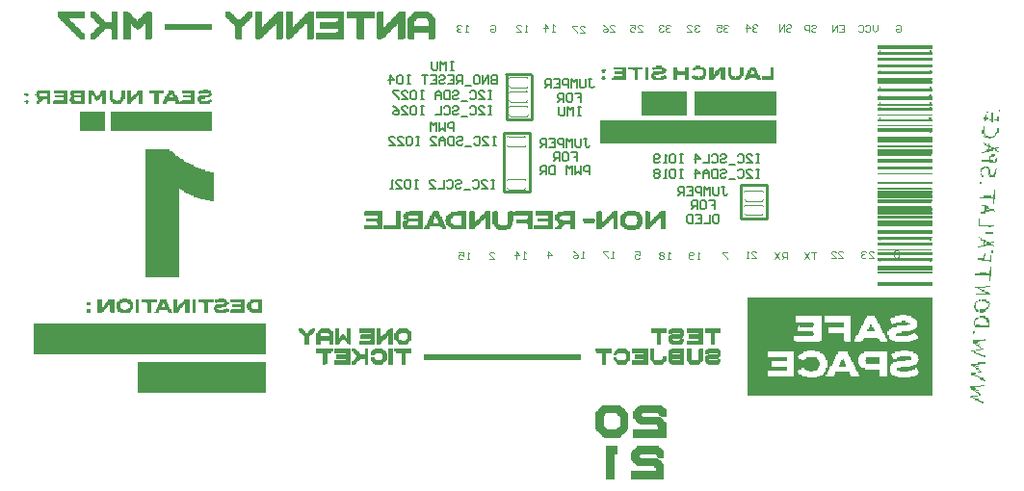
<source format=gbo>
G04*
G04 #@! TF.GenerationSoftware,Altium Limited,Altium Designer,21.5.1 (32)*
G04*
G04 Layer_Color=32896*
%FSLAX25Y25*%
%MOIN*%
G70*
G04*
G04 #@! TF.SameCoordinates,57825C85-18FE-47E2-A138-B6FF28981A54*
G04*
G04*
G04 #@! TF.FilePolarity,Positive*
G04*
G01*
G75*
%ADD14C,0.01000*%
%ADD16C,0.00500*%
%ADD17C,0.00400*%
G36*
X99438Y164842D02*
X99029D01*
Y164433D01*
X98620D01*
Y164024D01*
X98211D01*
Y163615D01*
X97802D01*
Y163206D01*
X97392D01*
Y162797D01*
X96983D01*
Y162388D01*
X96574D01*
Y161978D01*
X96165D01*
Y161569D01*
X95756D01*
Y157069D01*
X93711D01*
Y157478D01*
X93301D01*
Y161978D01*
X92892D01*
Y162388D01*
X92483D01*
Y162797D01*
X92074D01*
Y163206D01*
X91665D01*
Y163615D01*
X91256D01*
Y164024D01*
X90847D01*
Y164433D01*
X90438D01*
Y164842D01*
X90029D01*
Y165251D01*
Y165661D01*
Y166888D01*
X91665D01*
Y166479D01*
X92074D01*
Y166070D01*
X92483D01*
Y165661D01*
X92892D01*
Y165251D01*
X93301D01*
Y164842D01*
X93711D01*
Y164433D01*
X94120D01*
Y164024D01*
X95347D01*
Y164433D01*
X95756D01*
Y164842D01*
X96165D01*
Y165251D01*
X96574D01*
Y165661D01*
X96983D01*
Y166070D01*
X97392D01*
Y166479D01*
X97802D01*
Y166888D01*
X99438D01*
Y164842D01*
D02*
G37*
G36*
X64254Y166479D02*
X64663D01*
Y157478D01*
X64254D01*
Y157069D01*
X62209D01*
Y162388D01*
X61800D01*
Y161978D01*
X61391D01*
Y161569D01*
X60982D01*
Y161160D01*
X60572D01*
Y160751D01*
X60163D01*
Y160342D01*
X59345D01*
Y160751D01*
X58936D01*
Y161160D01*
X58527D01*
Y161569D01*
X58118D01*
Y161978D01*
X57709D01*
Y162388D01*
X57300D01*
Y157069D01*
X54845D01*
Y166888D01*
X56481D01*
Y166479D01*
X56890D01*
Y166070D01*
X57300D01*
Y165661D01*
X57709D01*
Y165251D01*
X58118D01*
Y164842D01*
X58527D01*
Y164433D01*
X58936D01*
Y164024D01*
X59345D01*
Y163615D01*
X59754D01*
Y164024D01*
X60163D01*
Y164433D01*
X60572D01*
Y164842D01*
X60982D01*
Y165251D01*
X61391D01*
Y165661D01*
X61800D01*
Y166070D01*
X62209D01*
Y166479D01*
X62618D01*
Y166888D01*
X64254D01*
Y166479D01*
D02*
G37*
G36*
X52799Y157069D02*
X50754D01*
Y160342D01*
X50345D01*
Y160751D01*
X48299D01*
Y160342D01*
X47890D01*
Y159933D01*
X47481D01*
Y159524D01*
X47072D01*
Y159115D01*
X46663D01*
Y158706D01*
X46253D01*
Y158297D01*
X45844D01*
Y157887D01*
X45435D01*
Y157478D01*
X45026D01*
Y157069D01*
X43390D01*
Y159115D01*
X43799D01*
Y159524D01*
X44208D01*
Y159933D01*
X44617D01*
Y160342D01*
X45026D01*
Y160751D01*
X45435D01*
Y161160D01*
X45844D01*
Y161569D01*
X46253D01*
Y162388D01*
X45844D01*
Y162797D01*
X45435D01*
Y163206D01*
X45026D01*
Y163615D01*
X44617D01*
Y164024D01*
X44208D01*
Y164433D01*
X43799D01*
Y164842D01*
X43390D01*
Y166888D01*
X45026D01*
Y166479D01*
X45435D01*
Y166070D01*
X45844D01*
Y165661D01*
X46253D01*
Y165251D01*
X46663D01*
Y164842D01*
X47072D01*
Y164433D01*
X47481D01*
Y164024D01*
X47890D01*
Y163615D01*
X48299D01*
Y163206D01*
X50754D01*
Y166888D01*
X52799D01*
Y157069D01*
D02*
G37*
G36*
X152213Y157478D02*
X151804D01*
Y157069D01*
X149759D01*
Y162388D01*
X149350D01*
Y161978D01*
X148941D01*
Y161569D01*
X148531D01*
Y161160D01*
X148122D01*
Y160751D01*
X147713D01*
Y160342D01*
X147304D01*
Y159933D01*
X146895D01*
Y159524D01*
X146486D01*
Y159115D01*
X146077D01*
Y158706D01*
X145668D01*
Y158297D01*
X145258D01*
Y157887D01*
X144849D01*
Y157478D01*
X144031D01*
Y157069D01*
X142804D01*
Y157478D01*
X142395D01*
Y163206D01*
Y163615D01*
Y166479D01*
X142804D01*
Y166888D01*
X144849D01*
Y161569D01*
X145258D01*
Y161978D01*
X145668D01*
Y162388D01*
X146077D01*
Y162797D01*
X146486D01*
Y163206D01*
X146895D01*
Y163615D01*
X147304D01*
Y164024D01*
X147713D01*
Y164433D01*
X148122D01*
Y164842D01*
X148531D01*
Y165251D01*
X148941D01*
Y165661D01*
X149350D01*
Y166070D01*
X149759D01*
Y166479D01*
X150168D01*
Y166888D01*
X152213D01*
Y157478D01*
D02*
G37*
G36*
X120712D02*
X120303D01*
Y157069D01*
X118257D01*
Y162388D01*
X117439D01*
Y161978D01*
X117030D01*
Y161569D01*
X116621D01*
Y161160D01*
X116212D01*
Y160751D01*
X115803D01*
Y160342D01*
X115393D01*
Y159933D01*
X114984D01*
Y159524D01*
X114575D01*
Y159115D01*
X114166D01*
Y158706D01*
X113757D01*
Y158297D01*
X113348D01*
Y157887D01*
X112939D01*
Y157478D01*
X112530D01*
Y157069D01*
X111302D01*
Y157478D01*
X110893D01*
Y166888D01*
X113348D01*
Y161569D01*
X113757D01*
Y161978D01*
X114166D01*
Y162388D01*
X114575D01*
Y162797D01*
X114984D01*
Y163206D01*
X115393D01*
Y163615D01*
X115803D01*
Y164024D01*
X116212D01*
Y164433D01*
X116621D01*
Y164842D01*
X117030D01*
Y165251D01*
X117439D01*
Y165661D01*
X117848D01*
Y166070D01*
X118257D01*
Y166479D01*
X118666D01*
Y166888D01*
X120712D01*
Y157478D01*
D02*
G37*
G36*
X110075D02*
X109666D01*
Y157069D01*
X107620D01*
Y162388D01*
X107211D01*
Y161978D01*
X106802D01*
Y161569D01*
X106393D01*
Y161160D01*
X105984D01*
Y160751D01*
X105575D01*
Y160342D01*
X105166D01*
Y159933D01*
X104756D01*
Y159524D01*
X104347D01*
Y159115D01*
X103938D01*
Y158706D01*
X103529D01*
Y158297D01*
X103120D01*
Y157887D01*
X102711D01*
Y157478D01*
X101893D01*
Y157069D01*
X100665D01*
Y157478D01*
X100256D01*
Y160751D01*
Y161160D01*
Y166888D01*
X102711D01*
Y161569D01*
X103120D01*
Y161978D01*
X103529D01*
Y162388D01*
X103938D01*
Y162797D01*
X104347D01*
Y163206D01*
X104756D01*
Y163615D01*
X105166D01*
Y164024D01*
X105575D01*
Y164433D01*
X105984D01*
Y164842D01*
X106393D01*
Y165251D01*
X106802D01*
Y165661D01*
X107211D01*
Y166070D01*
X107620D01*
Y166479D01*
X108029D01*
Y166888D01*
X110075D01*
Y157478D01*
D02*
G37*
G36*
X85528Y160342D02*
X69164D01*
Y162388D01*
X85528D01*
Y160342D01*
D02*
G37*
G36*
X160396Y166479D02*
X160805D01*
Y166070D01*
X161214D01*
Y165661D01*
X161623D01*
Y165251D01*
X162032D01*
Y164842D01*
X162441D01*
Y164433D01*
X162850D01*
Y161978D01*
Y161569D01*
Y157478D01*
X162441D01*
Y157069D01*
X160396D01*
Y159524D01*
X155486D01*
Y157069D01*
X153441D01*
Y157478D01*
X153032D01*
Y164433D01*
X153441D01*
Y164842D01*
X153850D01*
Y165251D01*
X154259D01*
Y165661D01*
X154668D01*
Y166070D01*
X155077D01*
Y166479D01*
X155486D01*
Y166888D01*
X160396D01*
Y166479D01*
D02*
G37*
G36*
X141577Y164433D02*
X137894D01*
Y157069D01*
X135849D01*
Y157478D01*
X135440D01*
Y164433D01*
X132167D01*
Y166888D01*
X141577D01*
Y164433D01*
D02*
G37*
G36*
X130940Y157069D02*
X121530D01*
Y159524D01*
X128485D01*
Y159933D01*
X128894D01*
Y160751D01*
X122757D01*
Y163206D01*
X128485D01*
Y163615D01*
X128894D01*
Y164433D01*
X121530D01*
Y166888D01*
X130940D01*
Y157069D01*
D02*
G37*
G36*
X41344Y164433D02*
X36026D01*
Y164024D01*
X36435D01*
Y163615D01*
X36844D01*
Y163206D01*
X37253D01*
Y162797D01*
X37662D01*
Y162388D01*
X38071D01*
Y161978D01*
X38480D01*
Y161569D01*
X38890D01*
Y161160D01*
X39299D01*
Y160751D01*
X39708D01*
Y160342D01*
X40117D01*
Y159933D01*
X40526D01*
Y159524D01*
X40935D01*
Y159115D01*
X41344D01*
Y157069D01*
X39708D01*
Y157478D01*
X39299D01*
Y157887D01*
X38890D01*
Y158297D01*
X38480D01*
Y158706D01*
X38071D01*
Y159115D01*
X37662D01*
Y159524D01*
X37253D01*
Y159933D01*
X36844D01*
Y160342D01*
X36435D01*
Y160751D01*
X36026D01*
Y161160D01*
X35617D01*
Y161569D01*
X35208D01*
Y161978D01*
X34798D01*
Y162388D01*
X34389D01*
Y162797D01*
X33980D01*
Y163206D01*
X33571D01*
Y163615D01*
X33162D01*
Y164024D01*
X32753D01*
Y164433D01*
X32344D01*
Y164842D01*
X31935D01*
Y166888D01*
X41344D01*
Y164433D01*
D02*
G37*
G36*
X334677Y153796D02*
X315858D01*
Y155024D01*
X334677D01*
Y153796D01*
D02*
G37*
G36*
X334268Y152978D02*
X334677D01*
Y151751D01*
X315858D01*
Y152978D01*
X316267D01*
Y153387D01*
X316676D01*
Y152978D01*
X333859D01*
Y153387D01*
X334268D01*
Y152978D01*
D02*
G37*
G36*
X334677Y149705D02*
X315858D01*
Y150933D01*
X334677D01*
Y149705D01*
D02*
G37*
G36*
Y147660D02*
X315858D01*
Y148478D01*
X334677D01*
Y147660D01*
D02*
G37*
G36*
X334268Y146023D02*
X334677D01*
Y145614D01*
X334268D01*
Y145205D01*
X315858D01*
Y146023D01*
X316267D01*
Y146432D01*
X316676D01*
Y146023D01*
X333859D01*
Y146432D01*
X334268D01*
Y146023D01*
D02*
G37*
G36*
X250400Y143159D02*
X249173D01*
Y144796D01*
X246309D01*
Y143159D01*
X245082D01*
Y147660D01*
X246309D01*
Y146432D01*
X246718D01*
Y146023D01*
X249173D01*
Y147660D01*
X250400D01*
Y143159D01*
D02*
G37*
G36*
X221762Y146023D02*
X221353D01*
Y145614D01*
X220535D01*
Y146023D01*
X220126D01*
Y146432D01*
X220535D01*
Y146841D01*
X221762D01*
Y146023D01*
D02*
G37*
G36*
X263083Y143159D02*
X261855D01*
Y143569D01*
X261446D01*
Y146023D01*
X261037D01*
Y145205D01*
X260628D01*
Y144796D01*
X260219D01*
Y144387D01*
X259810D01*
Y143978D01*
X259401D01*
Y143569D01*
X258991D01*
Y143159D01*
X257355D01*
Y147660D01*
X258991D01*
Y145205D01*
X259401D01*
Y146023D01*
X259810D01*
Y146432D01*
X260219D01*
Y146841D01*
X260628D01*
Y147250D01*
X261037D01*
Y147660D01*
X263083D01*
Y143159D01*
D02*
G37*
G36*
X269219Y144387D02*
X268810D01*
Y143978D01*
X268401D01*
Y143569D01*
X267992D01*
Y143159D01*
X265128D01*
Y143569D01*
X264719D01*
Y143978D01*
X264310D01*
Y144387D01*
X263901D01*
Y147660D01*
X265128D01*
Y144796D01*
X265537D01*
Y144387D01*
X266355D01*
Y143978D01*
X266765D01*
Y144387D01*
X267583D01*
Y144796D01*
X267992D01*
Y147660D01*
X269219D01*
Y144387D01*
D02*
G37*
G36*
X254491Y147660D02*
X255719D01*
Y147250D01*
X256128D01*
Y146841D01*
X256537D01*
Y144387D01*
X256128D01*
Y143569D01*
X255310D01*
Y143159D01*
X252446D01*
Y143569D01*
X251627D01*
Y143978D01*
X251218D01*
Y144387D01*
X252036D01*
Y144796D01*
X252446D01*
Y144387D01*
X253673D01*
Y143978D01*
X254082D01*
Y144387D01*
X254900D01*
Y144796D01*
X255310D01*
Y146432D01*
X254900D01*
Y146841D01*
X252855D01*
Y146432D01*
X251627D01*
Y147250D01*
X252036D01*
Y147660D01*
X252855D01*
Y148069D01*
X254491D01*
Y147660D01*
D02*
G37*
G36*
X279856Y146841D02*
Y146432D01*
Y143159D01*
X275765D01*
Y144387D01*
X278629D01*
Y147660D01*
X279856D01*
Y146841D01*
D02*
G37*
G36*
X273310Y147250D02*
X273720D01*
Y146432D01*
X274129D01*
Y145614D01*
X274538D01*
Y144796D01*
X274947D01*
Y143978D01*
X275356D01*
Y143159D01*
X274129D01*
Y143569D01*
X273720D01*
Y143978D01*
X271265D01*
Y143569D01*
X270856D01*
Y143159D01*
X269628D01*
Y143978D01*
X270037D01*
Y144796D01*
X270447D01*
Y145614D01*
X270856D01*
Y146432D01*
X271265D01*
Y147250D01*
X271674D01*
Y147660D01*
X273310D01*
Y147250D01*
D02*
G37*
G36*
X240990Y147660D02*
X241809D01*
Y147250D01*
X242218D01*
Y146841D01*
X242627D01*
Y146023D01*
X242218D01*
Y145614D01*
X241809D01*
Y145205D01*
X240172D01*
Y144796D01*
X238536D01*
Y144387D01*
X238945D01*
Y143978D01*
X240581D01*
Y144387D01*
X241809D01*
Y144796D01*
X242218D01*
Y144387D01*
X242627D01*
Y143569D01*
X241809D01*
Y143159D01*
X238127D01*
Y143569D01*
X237718D01*
Y143978D01*
X237309D01*
Y145205D01*
X237718D01*
Y145614D01*
X238127D01*
Y146023D01*
X240990D01*
Y146841D01*
X238536D01*
Y146432D01*
X238127D01*
Y146841D01*
X237718D01*
Y147660D01*
X238945D01*
Y148069D01*
X240990D01*
Y147660D01*
D02*
G37*
G36*
X236490Y143159D02*
X235263D01*
Y146023D01*
Y146432D01*
Y147660D01*
X236490D01*
Y143159D01*
D02*
G37*
G36*
X234445Y146841D02*
X232808D01*
Y144796D01*
Y144387D01*
Y143159D01*
X231581D01*
Y146432D01*
X231172D01*
Y146841D01*
X229535D01*
Y147660D01*
X234445D01*
Y146841D01*
D02*
G37*
G36*
X228717Y143569D02*
Y143159D01*
X223808D01*
Y143978D01*
X224217D01*
Y144387D01*
X227490D01*
Y145205D01*
X224626D01*
Y146023D01*
X227490D01*
Y146841D01*
X224217D01*
Y147660D01*
X228717D01*
Y143569D01*
D02*
G37*
G36*
X221353Y143978D02*
X221762D01*
Y143569D01*
X221353D01*
Y143159D01*
X220535D01*
Y143569D01*
X220126D01*
Y143978D01*
X220535D01*
Y144387D01*
X221353D01*
Y143978D01*
D02*
G37*
G36*
X334677Y143159D02*
X334268D01*
Y142750D01*
X334677D01*
Y141932D01*
X315858D01*
Y143978D01*
X334677D01*
Y143159D01*
D02*
G37*
G36*
X334268Y140296D02*
X334677D01*
Y139068D01*
X315858D01*
Y140296D01*
X316267D01*
Y140705D01*
X316676D01*
Y140296D01*
X333859D01*
Y140705D01*
X334268D01*
Y140296D01*
D02*
G37*
G36*
Y137432D02*
X334677D01*
Y136204D01*
X315858D01*
Y137432D01*
X316267D01*
Y137841D01*
X316676D01*
Y137432D01*
X333450D01*
Y137841D01*
X333859D01*
Y138250D01*
X334268D01*
Y137432D01*
D02*
G37*
G36*
X48708Y134977D02*
X47481D01*
Y137432D01*
X47072D01*
Y137023D01*
X46663D01*
Y136614D01*
X46253D01*
Y136204D01*
X45844D01*
Y135795D01*
X45435D01*
Y136204D01*
X45026D01*
Y136614D01*
X44617D01*
Y137432D01*
X44208D01*
Y137841D01*
X43799D01*
Y137432D01*
Y137023D01*
Y134977D01*
X42571D01*
Y139477D01*
X44208D01*
Y139068D01*
X44617D01*
Y138659D01*
X45026D01*
Y137841D01*
X45435D01*
Y137432D01*
X45844D01*
Y137841D01*
X46253D01*
Y138250D01*
X46663D01*
Y139068D01*
X47072D01*
Y139477D01*
X48708D01*
Y134977D01*
D02*
G37*
G36*
X21707Y138250D02*
X22116D01*
Y137841D01*
X21707D01*
Y137432D01*
X20889D01*
Y137841D01*
X20480D01*
Y138659D01*
X21707D01*
Y138250D01*
D02*
G37*
G36*
X61391Y134977D02*
X60163D01*
Y137841D01*
X59754D01*
Y137432D01*
X59345D01*
Y137023D01*
X58936D01*
Y136614D01*
X58527D01*
Y136204D01*
X58118D01*
Y135795D01*
X57709D01*
Y135386D01*
X57300D01*
Y134977D01*
X56072D01*
Y139477D01*
X57300D01*
Y137023D01*
X57709D01*
Y137432D01*
X58118D01*
Y137841D01*
X58527D01*
Y138250D01*
X58936D01*
Y138659D01*
X59345D01*
Y139068D01*
X59754D01*
Y139477D01*
X61391D01*
Y134977D01*
D02*
G37*
G36*
X55254Y136614D02*
X54845D01*
Y135795D01*
X54436D01*
Y135386D01*
X54027D01*
Y134977D01*
X51163D01*
Y135386D01*
X50345D01*
Y136204D01*
X49935D01*
Y139477D01*
X51163D01*
Y138250D01*
Y137841D01*
Y136614D01*
X51572D01*
Y136204D01*
X52390D01*
Y135795D01*
X52799D01*
Y136204D01*
X53618D01*
Y137023D01*
X54027D01*
Y139477D01*
X55254D01*
Y136614D01*
D02*
G37*
G36*
X79392Y134977D02*
X72846D01*
Y135795D01*
X69982D01*
Y135386D01*
X69573D01*
Y134977D01*
X68346D01*
Y135795D01*
X68755D01*
Y136614D01*
X69164D01*
Y137432D01*
X69573D01*
Y138250D01*
X69982D01*
Y138659D01*
X70391D01*
Y139477D01*
X72028D01*
Y139068D01*
X72437D01*
Y138250D01*
X72846D01*
Y137841D01*
X73255D01*
Y137023D01*
X73664D01*
Y136204D01*
X74073D01*
Y135386D01*
X74482D01*
Y135795D01*
X74891D01*
Y136204D01*
X78164D01*
Y137023D01*
X75301D01*
Y137841D01*
X78164D01*
Y138659D01*
X74891D01*
Y139477D01*
X79392D01*
Y134977D01*
D02*
G37*
G36*
X334268D02*
X334677D01*
Y134159D01*
X315858D01*
Y134977D01*
X316267D01*
Y135386D01*
X316676D01*
Y134977D01*
X333859D01*
Y135386D01*
X334268D01*
Y134977D01*
D02*
G37*
G36*
X83892Y139477D02*
X85119D01*
Y138659D01*
X85528D01*
Y137841D01*
X85119D01*
Y137432D01*
X84710D01*
Y137023D01*
X83074D01*
Y136614D01*
X81846D01*
Y135795D01*
X83892D01*
Y136204D01*
X84710D01*
Y136614D01*
X85119D01*
Y136204D01*
X85528D01*
Y135386D01*
X84710D01*
Y134977D01*
X81028D01*
Y135386D01*
X80619D01*
Y135795D01*
X80210D01*
Y137023D01*
X80619D01*
Y137432D01*
X81028D01*
Y137841D01*
X83892D01*
Y138250D01*
X84301D01*
Y138659D01*
X81437D01*
Y138250D01*
X81028D01*
Y138659D01*
X80619D01*
Y139068D01*
X81028D01*
Y139477D01*
X82255D01*
Y139886D01*
X83892D01*
Y139477D01*
D02*
G37*
G36*
X68755Y138659D02*
X67118D01*
Y136204D01*
Y135795D01*
Y134977D01*
X65482D01*
Y138659D01*
X63845D01*
Y139477D01*
X68755D01*
Y138659D01*
D02*
G37*
G36*
X41344Y134977D02*
X36844D01*
Y135386D01*
X36435D01*
Y135795D01*
X36026D01*
Y136614D01*
X36435D01*
Y137023D01*
X36844D01*
Y137432D01*
Y137841D01*
X36435D01*
Y139068D01*
X36844D01*
Y139477D01*
X41344D01*
Y134977D01*
D02*
G37*
G36*
X35208D02*
X30298D01*
Y135795D01*
X30707D01*
Y136204D01*
X33980D01*
Y137023D01*
X31116D01*
Y137841D01*
X33980D01*
Y138659D01*
X30707D01*
Y139477D01*
X35208D01*
Y134977D01*
D02*
G37*
G36*
X29480D02*
X28253D01*
Y136614D01*
X27025D01*
Y136204D01*
X26616D01*
Y135795D01*
X26207D01*
Y135386D01*
X25798D01*
Y134977D01*
X24571D01*
Y135386D01*
Y135795D01*
X24980D01*
Y136204D01*
X25389D01*
Y136614D01*
X24980D01*
Y137023D01*
X24571D01*
Y137841D01*
X24161D01*
Y138250D01*
X24571D01*
Y139068D01*
X24980D01*
Y139477D01*
X29480D01*
Y134977D01*
D02*
G37*
G36*
X21707Y135795D02*
X22116D01*
Y135386D01*
X21707D01*
Y134977D01*
X20889D01*
Y135386D01*
X20480D01*
Y135795D01*
X20889D01*
Y136204D01*
X21707D01*
Y135795D01*
D02*
G37*
G36*
X334268Y133341D02*
X334677D01*
Y132522D01*
X315858D01*
Y133341D01*
X316267D01*
Y133750D01*
X316676D01*
Y133341D01*
X333859D01*
Y133750D01*
X334268D01*
Y133341D01*
D02*
G37*
G36*
X357996Y132522D02*
Y132113D01*
X357587D01*
Y132932D01*
X357996D01*
Y132522D01*
D02*
G37*
G36*
X353905Y131704D02*
X353496D01*
Y132113D01*
X353905D01*
Y131704D01*
D02*
G37*
G36*
X334677Y130886D02*
X315858D01*
Y131295D01*
X334677D01*
Y130886D01*
D02*
G37*
G36*
X280674D02*
X252446D01*
Y139068D01*
X280674D01*
Y130886D01*
D02*
G37*
G36*
X249582D02*
X234036D01*
Y139068D01*
X249582D01*
Y130886D01*
D02*
G37*
G36*
X334268Y129659D02*
X334677D01*
Y128840D01*
X315858D01*
Y129659D01*
X316267D01*
Y130068D01*
X316676D01*
Y129659D01*
X333450D01*
Y130068D01*
X334268D01*
Y129659D01*
D02*
G37*
G36*
X357587Y128840D02*
X357178D01*
Y129250D01*
X355951D01*
Y129659D01*
X357178D01*
Y130477D01*
X357587D01*
Y128840D01*
D02*
G37*
G36*
X353496Y130886D02*
Y130477D01*
Y130068D01*
X353905D01*
Y129659D01*
X353496D01*
Y129250D01*
X353087D01*
Y128840D01*
X352678D01*
Y129659D01*
X352269D01*
Y130068D01*
X352678D01*
Y130477D01*
X353087D01*
Y131295D01*
X353496D01*
Y130886D01*
D02*
G37*
G36*
X355542Y130068D02*
Y129659D01*
Y128431D01*
X355133D01*
Y129250D01*
X354314D01*
Y129659D01*
X355133D01*
Y131704D01*
X355542D01*
Y130068D01*
D02*
G37*
G36*
X334677Y127204D02*
X315858D01*
Y127613D01*
X334677D01*
Y127204D01*
D02*
G37*
G36*
X85528Y125568D02*
X50345D01*
Y132113D01*
X85528D01*
Y125568D01*
D02*
G37*
G36*
X48299D02*
X39708D01*
Y132113D01*
X48299D01*
Y125568D01*
D02*
G37*
G36*
X334677Y125158D02*
X334268D01*
Y124749D01*
X333859D01*
Y125158D01*
X315858D01*
Y126386D01*
X334677D01*
Y125158D01*
D02*
G37*
G36*
X357587Y124749D02*
X357178D01*
Y124340D01*
X356769D01*
Y123931D01*
X356360D01*
Y124749D01*
X356769D01*
Y125158D01*
X357178D01*
Y126386D01*
X357587D01*
Y124749D01*
D02*
G37*
G36*
X352678Y124340D02*
X353087D01*
Y123931D01*
X353905D01*
Y123522D01*
X355542D01*
Y123931D01*
X356360D01*
Y123522D01*
X355951D01*
Y123113D01*
X355133D01*
Y122704D01*
X353905D01*
Y123113D01*
X352678D01*
Y123522D01*
X352269D01*
Y123931D01*
X352678D01*
Y123522D01*
X353087D01*
Y123931D01*
X352678D01*
Y124340D01*
X351860D01*
Y125977D01*
X352269D01*
Y126386D01*
Y126795D01*
Y127204D01*
X352678D01*
Y124340D01*
D02*
G37*
G36*
X334677Y121476D02*
X315858D01*
Y123522D01*
X334677D01*
Y121476D01*
D02*
G37*
G36*
X280674Y121067D02*
X219717D01*
Y129250D01*
X280674D01*
Y121067D01*
D02*
G37*
G36*
X334677Y119840D02*
X315858D01*
Y120658D01*
X334677D01*
Y119840D01*
D02*
G37*
G36*
X352678Y121067D02*
X353496D01*
Y120658D01*
X353905D01*
Y121067D01*
X354314D01*
Y120658D01*
X354724D01*
Y120249D01*
X355133D01*
Y119840D01*
X355951D01*
Y119431D01*
X356360D01*
Y119840D01*
X357587D01*
Y119431D01*
X356769D01*
Y119022D01*
X357178D01*
Y118613D01*
X357587D01*
Y118203D01*
X357178D01*
Y118613D01*
X356360D01*
Y119022D01*
X355542D01*
Y118613D01*
X354314D01*
Y118203D01*
X352678D01*
Y118613D01*
X353496D01*
Y119022D01*
X353905D01*
Y120249D01*
X353496D01*
Y120658D01*
X352678D01*
Y121067D01*
X352269D01*
Y121476D01*
X352678D01*
Y121067D01*
D02*
G37*
G36*
Y117794D02*
X351860D01*
Y118203D01*
X352678D01*
Y117794D01*
D02*
G37*
G36*
X334677Y117385D02*
X334268D01*
Y116976D01*
X315858D01*
Y119022D01*
X334677D01*
Y117385D01*
D02*
G37*
G36*
X356360Y116976D02*
X355951D01*
Y116567D01*
X354724D01*
Y115340D01*
X355542D01*
Y114931D01*
X356360D01*
Y115749D01*
X356769D01*
Y116158D01*
X357178D01*
Y114931D01*
X356769D01*
Y114522D01*
X354314D01*
Y114931D01*
X351860D01*
Y115340D01*
X354314D01*
Y116976D01*
X355133D01*
Y117385D01*
X356360D01*
Y116976D01*
D02*
G37*
G36*
X334677Y115340D02*
Y114522D01*
X315858D01*
Y115749D01*
X334677D01*
Y115340D01*
D02*
G37*
G36*
X357178Y112067D02*
X356769D01*
Y112476D01*
X357178D01*
Y112067D01*
D02*
G37*
G36*
X334677D02*
X315858D01*
Y113294D01*
X334677D01*
Y112067D01*
D02*
G37*
G36*
Y110430D02*
X315858D01*
Y110840D01*
X334677D01*
Y110430D01*
D02*
G37*
G36*
X353905Y112885D02*
X354314D01*
Y112067D01*
X354724D01*
Y110430D01*
X355133D01*
Y110021D01*
X355542D01*
Y110430D01*
X355951D01*
Y111249D01*
X356360D01*
Y112067D01*
X356769D01*
Y110430D01*
X356360D01*
Y109612D01*
X354314D01*
Y110021D01*
X353905D01*
Y112476D01*
X353496D01*
Y112885D01*
X352678D01*
Y112476D01*
X352269D01*
Y112067D01*
X351860D01*
Y111249D01*
X351451D01*
Y112476D01*
X351860D01*
Y112885D01*
X352269D01*
Y113294D01*
X353905D01*
Y112885D01*
D02*
G37*
G36*
X351860Y110430D02*
Y110021D01*
X352269D01*
Y109612D01*
X351860D01*
Y110021D01*
X351451D01*
Y110840D01*
X351860D01*
Y110430D01*
D02*
G37*
G36*
Y107567D02*
Y107158D01*
X351042D01*
Y107976D01*
X351860D01*
Y107567D01*
D02*
G37*
G36*
X334677D02*
Y107158D01*
X315858D01*
Y107976D01*
X334677D01*
Y107567D01*
D02*
G37*
G36*
X334268Y105521D02*
X334677D01*
Y105112D01*
X315858D01*
Y105930D01*
X334268D01*
Y105521D01*
D02*
G37*
G36*
X356360Y101839D02*
X355951D01*
Y100203D01*
X355542D01*
Y102248D01*
X351042D01*
Y102657D01*
X352269D01*
Y103066D01*
X355133D01*
Y102657D01*
X355542D01*
Y103475D01*
X355951D01*
Y105112D01*
X356360D01*
Y101839D01*
D02*
G37*
G36*
X334677Y103885D02*
X334268D01*
Y103475D01*
X334677D01*
Y102248D01*
X315858D01*
Y104703D01*
X334677D01*
Y103885D01*
D02*
G37*
G36*
X70800Y118613D02*
X71618D01*
Y118203D01*
X72028D01*
Y117794D01*
X72437D01*
Y117385D01*
X72846D01*
Y116976D01*
X73664D01*
Y116567D01*
X74073D01*
Y116158D01*
X74482D01*
Y115749D01*
X75301D01*
Y115340D01*
X75710D01*
Y114931D01*
X76528D01*
Y114522D01*
X77346D01*
Y114112D01*
X78164D01*
Y113703D01*
X78982D01*
Y113294D01*
X79801D01*
Y112885D01*
X80619D01*
Y112476D01*
X81846D01*
Y112067D01*
X83074D01*
Y111658D01*
X84710D01*
Y111249D01*
X85937D01*
Y101021D01*
X84710D01*
Y101430D01*
X83074D01*
Y101839D01*
X81437D01*
Y102248D01*
X80210D01*
Y102657D01*
X78982D01*
Y103066D01*
X78164D01*
Y103475D01*
X77346D01*
Y103885D01*
X76528D01*
Y104294D01*
X75710D01*
Y104703D01*
X74891D01*
Y105112D01*
X74482D01*
Y105521D01*
X74073D01*
Y74838D01*
X62209D01*
Y110840D01*
Y111249D01*
Y119022D01*
X70800D01*
Y118613D01*
D02*
G37*
G36*
X334677Y101021D02*
X334268D01*
Y100612D01*
X315858D01*
Y101839D01*
X334677D01*
Y101021D01*
D02*
G37*
G36*
X353496Y99384D02*
X353905D01*
Y98975D01*
X354314D01*
Y98566D01*
X355951D01*
Y97748D01*
X356360D01*
Y97339D01*
X355951D01*
Y97748D01*
X354314D01*
Y97339D01*
X353087D01*
Y96930D01*
X351451D01*
Y97339D01*
X352269D01*
Y97748D01*
X352678D01*
Y99384D01*
X351860D01*
Y99793D01*
X353496D01*
Y99384D01*
D02*
G37*
G36*
X196397Y91611D02*
X194761D01*
Y93248D01*
X194352D01*
Y93657D01*
X190670D01*
Y94884D01*
X194352D01*
Y95293D01*
X194761D01*
Y96112D01*
X189852D01*
Y94066D01*
X189443D01*
Y92839D01*
X189033D01*
Y92020D01*
X188624D01*
Y91611D01*
X187397D01*
Y91202D01*
X184533D01*
Y91611D01*
X183715D01*
Y92020D01*
X183306D01*
Y92430D01*
X182897D01*
Y93248D01*
X182488D01*
Y97339D01*
X182897D01*
Y97748D01*
X184124D01*
Y97339D01*
X184533D01*
Y93248D01*
X184942D01*
Y92839D01*
X187397D01*
Y93248D01*
X187806D01*
Y97339D01*
X188215D01*
Y97748D01*
X189443D01*
Y97339D01*
X190261D01*
Y97748D01*
X196397D01*
Y91611D01*
D02*
G37*
G36*
X334268Y98975D02*
X334677D01*
Y97748D01*
X334268D01*
Y97339D01*
X334677D01*
Y96521D01*
X315858D01*
Y99384D01*
X334268D01*
Y98975D01*
D02*
G37*
G36*
X334677Y95293D02*
X315858D01*
Y96112D01*
X334677D01*
Y95293D01*
D02*
G37*
G36*
X242218Y93657D02*
Y93248D01*
Y91611D01*
X240581D01*
Y95293D01*
X240172D01*
Y94884D01*
X239763D01*
Y94475D01*
X239354D01*
Y94066D01*
X238945D01*
Y93657D01*
X238536D01*
Y93248D01*
X238127D01*
Y92839D01*
X237718D01*
Y92430D01*
X237309D01*
Y92020D01*
X236899D01*
Y91611D01*
X235263D01*
Y97748D01*
X236490D01*
Y97339D01*
X236899D01*
Y94066D01*
X237309D01*
Y94475D01*
X237718D01*
Y94884D01*
X238127D01*
Y95293D01*
X238536D01*
Y95702D01*
X238945D01*
Y96112D01*
X239354D01*
Y96521D01*
X239763D01*
Y96930D01*
X240172D01*
Y97339D01*
X240581D01*
Y97748D01*
X242218D01*
Y93657D01*
D02*
G37*
G36*
X225853Y94066D02*
Y93657D01*
Y91611D01*
X224217D01*
Y95293D01*
X223808D01*
Y94884D01*
X223399D01*
Y94475D01*
X222990D01*
Y94066D01*
X222581D01*
Y93657D01*
X222171D01*
Y93248D01*
X221762D01*
Y92839D01*
X221353D01*
Y92430D01*
X220944D01*
Y92020D01*
X220535D01*
Y91611D01*
X218489D01*
Y97339D01*
X218899D01*
Y97748D01*
X220126D01*
Y97339D01*
X220535D01*
Y94066D01*
X220944D01*
Y94475D01*
X221353D01*
Y94884D01*
X221762D01*
Y95293D01*
X222171D01*
Y95702D01*
X222581D01*
Y96112D01*
X222990D01*
Y96521D01*
X223399D01*
Y96930D01*
X223808D01*
Y97339D01*
X224217D01*
Y97748D01*
X225853D01*
Y94066D01*
D02*
G37*
G36*
X181669Y91611D02*
X180033D01*
Y93248D01*
Y93657D01*
Y95293D01*
X179624D01*
Y94884D01*
X179215D01*
Y94475D01*
X178806D01*
Y94066D01*
X178396D01*
Y93657D01*
X177987D01*
Y93248D01*
X177578D01*
Y92839D01*
X177169D01*
Y92430D01*
X176760D01*
Y92020D01*
X176351D01*
Y91611D01*
X174305D01*
Y97339D01*
X174715D01*
Y97748D01*
X175942D01*
Y97339D01*
X176351D01*
Y94066D01*
X176760D01*
Y94475D01*
X177169D01*
Y94884D01*
X177578D01*
Y95293D01*
X177987D01*
Y95702D01*
X178396D01*
Y96112D01*
X178806D01*
Y96521D01*
X179215D01*
Y96930D01*
X179624D01*
Y97339D01*
X180033D01*
Y97748D01*
X181669D01*
Y91611D01*
D02*
G37*
G36*
X217671Y94884D02*
X218080D01*
Y94066D01*
X217671D01*
Y93657D01*
X213989D01*
Y94066D01*
X213580D01*
Y95293D01*
X217671D01*
Y94884D01*
D02*
G37*
G36*
X334677Y92430D02*
X315858D01*
Y93248D01*
Y93657D01*
Y94475D01*
X334677D01*
Y92430D01*
D02*
G37*
G36*
X351042Y92839D02*
X355951D01*
Y92430D01*
X355133D01*
Y92020D01*
X353905D01*
Y92430D01*
X350632D01*
Y95293D01*
X351042D01*
Y92839D01*
D02*
G37*
G36*
X211125Y91611D02*
X209489D01*
Y93248D01*
X207443D01*
Y92839D01*
X207034D01*
Y92430D01*
X206625D01*
Y92020D01*
X206216D01*
Y91611D01*
X204170D01*
Y92020D01*
X204580D01*
Y92430D01*
X204989D01*
Y92839D01*
X205398D01*
Y93657D01*
X204989D01*
Y94066D01*
X204580D01*
Y94475D01*
X204170D01*
Y96521D01*
X204580D01*
Y96930D01*
X204989D01*
Y97339D01*
X207034D01*
Y97748D01*
X211125D01*
Y91611D01*
D02*
G37*
G36*
X203352D02*
X196807D01*
Y92839D01*
X201716D01*
Y94066D01*
X198034D01*
Y95293D01*
X201716D01*
Y96112D01*
X197216D01*
Y97748D01*
X203352D01*
Y91611D01*
D02*
G37*
G36*
X173487Y95702D02*
Y95293D01*
Y91611D01*
X168169D01*
Y92020D01*
X167350D01*
Y92430D01*
X166941D01*
Y92839D01*
X166532D01*
Y94066D01*
X166123D01*
Y94884D01*
X166532D01*
Y96112D01*
X166941D01*
Y96521D01*
X167350D01*
Y96930D01*
X168169D01*
Y97339D01*
X170214D01*
Y97748D01*
X173487D01*
Y95702D01*
D02*
G37*
G36*
X163669Y97339D02*
X164078D01*
Y96930D01*
Y96521D01*
X164487D01*
Y95702D01*
X164896D01*
Y94884D01*
X165305D01*
Y94066D01*
X165714D01*
Y93248D01*
X166123D01*
Y92430D01*
X166532D01*
Y91611D01*
X164896D01*
Y92020D01*
X164487D01*
Y92430D01*
X160805D01*
Y91611D01*
X158759D01*
Y92020D01*
X159168D01*
Y92839D01*
X159577D01*
Y93657D01*
X159986D01*
Y94475D01*
X160396D01*
Y95293D01*
X160805D01*
Y96112D01*
X161214D01*
Y96930D01*
X161623D01*
Y97339D01*
X162032D01*
Y97748D01*
X163669D01*
Y97339D01*
D02*
G37*
G36*
X158350Y91611D02*
X151804D01*
Y92020D01*
X151395D01*
Y94066D01*
X151804D01*
Y94475D01*
X152622D01*
Y94884D01*
X151804D01*
Y95702D01*
X151395D01*
Y96112D01*
X151804D01*
Y96930D01*
X152213D01*
Y97339D01*
X153850D01*
Y97748D01*
X158350D01*
Y91611D01*
D02*
G37*
G36*
X150577D02*
X144849D01*
Y92839D01*
X148941D01*
Y93248D01*
Y93657D01*
Y97748D01*
X150577D01*
Y91611D01*
D02*
G37*
G36*
X144440D02*
X137894D01*
Y92430D01*
Y92839D01*
X142804D01*
Y93657D01*
X142395D01*
Y94066D01*
X138713D01*
Y95293D01*
X142804D01*
Y96112D01*
X137894D01*
Y97339D01*
X138304D01*
Y97748D01*
X144440D01*
Y91611D01*
D02*
G37*
G36*
X231990Y97339D02*
X233217D01*
Y96930D01*
X233627D01*
Y96521D01*
X234036D01*
Y95702D01*
X234445D01*
Y93248D01*
X234036D01*
Y92430D01*
X233627D01*
Y92020D01*
X233217D01*
Y91611D01*
X231990D01*
Y91202D01*
X229126D01*
Y91611D01*
X227899D01*
Y92020D01*
X227490D01*
Y92430D01*
X227081D01*
Y92839D01*
X226672D01*
Y94066D01*
Y94475D01*
Y96112D01*
X227081D01*
Y96521D01*
X227490D01*
Y96930D01*
X227899D01*
Y97339D01*
X229126D01*
Y97748D01*
X231990D01*
Y97339D01*
D02*
G37*
G36*
X355542Y89975D02*
X353087D01*
Y90384D01*
X355542D01*
Y89975D01*
D02*
G37*
G36*
X334677D02*
X315858D01*
Y90384D01*
Y91202D01*
X334677D01*
Y89975D01*
D02*
G37*
G36*
X351042Y88338D02*
X350632D01*
Y88748D01*
X351042D01*
Y88338D01*
D02*
G37*
G36*
X334677D02*
X334268D01*
Y87520D01*
X333859D01*
Y87929D01*
X316676D01*
Y87520D01*
X316267D01*
Y87929D01*
X315858D01*
Y88748D01*
X334677D01*
Y88338D01*
D02*
G37*
G36*
X355951Y86702D02*
X355133D01*
Y87111D01*
X355951D01*
Y86702D01*
D02*
G37*
G36*
X334677Y85884D02*
X315858D01*
Y86702D01*
X334677D01*
Y85884D01*
D02*
G37*
G36*
X351860Y87929D02*
X353087D01*
Y87520D01*
X353496D01*
Y87111D01*
X354314D01*
Y86702D01*
X355133D01*
Y86293D01*
X355542D01*
Y85884D01*
X355951D01*
Y85475D01*
X355542D01*
Y85884D01*
X353087D01*
Y85475D01*
X351451D01*
Y85884D01*
X352269D01*
Y87520D01*
X351451D01*
Y88338D01*
X351860D01*
Y87929D01*
D02*
G37*
G36*
X351451Y85066D02*
X350223D01*
Y85475D01*
X351451D01*
Y85066D01*
D02*
G37*
G36*
X334268Y84247D02*
X315858D01*
Y84656D01*
X334268D01*
Y84247D01*
D02*
G37*
G36*
X355542Y83838D02*
Y83020D01*
X355133D01*
Y84247D01*
X355542D01*
Y83838D01*
D02*
G37*
G36*
X334677Y82611D02*
X315858D01*
Y83429D01*
X334677D01*
Y82611D01*
D02*
G37*
G36*
X353087Y82202D02*
X352678D01*
Y80974D01*
X354724D01*
Y82611D01*
X355133D01*
Y80156D01*
X354314D01*
Y80565D01*
X351860D01*
Y80974D01*
X350223D01*
Y81384D01*
X352269D01*
Y82611D01*
X352678D01*
Y83020D01*
X353087D01*
Y82202D01*
D02*
G37*
G36*
X334677Y80565D02*
X334268D01*
Y80156D01*
X333859D01*
Y80565D01*
X316676D01*
Y80156D01*
X316267D01*
Y80565D01*
X315858D01*
Y81384D01*
X334677D01*
Y80565D01*
D02*
G37*
G36*
Y77292D02*
X315858D01*
Y78929D01*
X334677D01*
Y77292D01*
D02*
G37*
G36*
X355133Y75247D02*
X354724D01*
Y73610D01*
X354314D01*
Y75656D01*
X349405D01*
Y76065D01*
X351042D01*
Y76474D01*
X353496D01*
Y76065D01*
X354314D01*
Y77292D01*
X354724D01*
Y77701D01*
Y78111D01*
Y78520D01*
X355133D01*
Y75247D01*
D02*
G37*
G36*
X334677Y76065D02*
X315858D01*
Y76883D01*
X334677D01*
Y76065D01*
D02*
G37*
G36*
Y71974D02*
X315858D01*
Y73201D01*
X334677D01*
Y71974D01*
D02*
G37*
G36*
X354724Y71565D02*
X353087D01*
Y71974D01*
X354724D01*
Y71565D01*
D02*
G37*
G36*
X353087Y71156D02*
X351042D01*
Y70747D01*
X351860D01*
Y70337D01*
X352678D01*
Y69928D01*
X353905D01*
Y69519D01*
X354314D01*
Y69110D01*
X354724D01*
Y68701D01*
X349814D01*
Y69110D01*
X353087D01*
Y69519D01*
X352678D01*
Y69928D01*
X351860D01*
Y70337D01*
X351042D01*
Y70747D01*
X350223D01*
Y71156D01*
X349405D01*
Y71565D01*
X353087D01*
Y71156D01*
D02*
G37*
G36*
X351451Y66655D02*
X350632D01*
Y67065D01*
X351451D01*
Y66655D01*
D02*
G37*
G36*
X350223Y66246D02*
X349814D01*
Y66655D01*
X350223D01*
Y66246D01*
D02*
G37*
G36*
X353496Y66655D02*
X354314D01*
Y66246D01*
Y65837D01*
X354724D01*
Y65428D01*
X354314D01*
Y65837D01*
X353496D01*
Y66246D01*
X353087D01*
Y66655D01*
X351860D01*
Y67065D01*
X353496D01*
Y66655D01*
D02*
G37*
G36*
X43390Y65019D02*
X42162D01*
Y66246D01*
X43390D01*
Y65019D01*
D02*
G37*
G36*
X354314Y64610D02*
X353905D01*
Y65428D01*
X354314D01*
Y64610D01*
D02*
G37*
G36*
X77755Y62564D02*
X76119D01*
Y65428D01*
X75710D01*
Y65019D01*
X75301D01*
Y64610D01*
X74891D01*
Y64201D01*
X74482D01*
Y63383D01*
X74073D01*
Y62973D01*
X73664D01*
Y62564D01*
X72028D01*
Y63383D01*
Y63792D01*
Y67065D01*
X73255D01*
Y64610D01*
X73664D01*
Y65019D01*
X74073D01*
Y65428D01*
X74482D01*
Y65837D01*
X74891D01*
Y66246D01*
X75301D01*
Y66655D01*
X75710D01*
Y67065D01*
X77755D01*
Y62564D01*
D02*
G37*
G36*
X51572D02*
X50345D01*
Y62973D01*
X49935D01*
Y65019D01*
X49526D01*
Y64610D01*
X49117D01*
Y64201D01*
X48708D01*
Y63792D01*
X48299D01*
Y63383D01*
X47890D01*
Y62973D01*
X47481D01*
Y62564D01*
X45844D01*
Y62973D01*
Y67065D01*
X47481D01*
Y64610D01*
X47890D01*
Y65019D01*
X48299D01*
Y65837D01*
X48708D01*
Y66246D01*
X49117D01*
Y66655D01*
X49526D01*
Y67065D01*
X51572D01*
Y62564D01*
D02*
G37*
G36*
X349814Y63792D02*
X350223D01*
Y63383D01*
X350632D01*
Y62973D01*
X349814D01*
Y63383D01*
X349405D01*
Y64201D01*
X348996D01*
Y65019D01*
X349405D01*
Y66246D01*
X349814D01*
Y63792D01*
D02*
G37*
G36*
X353905Y64201D02*
Y63792D01*
X353496D01*
Y63383D01*
X353087D01*
Y62973D01*
X352269D01*
Y62564D01*
X351042D01*
Y63792D01*
X353087D01*
Y64201D01*
X353496D01*
Y64610D01*
X353905D01*
Y64201D01*
D02*
G37*
G36*
X102711Y65019D02*
Y64610D01*
Y62564D01*
X99029D01*
Y62973D01*
X98211D01*
Y63383D01*
X97802D01*
Y64201D01*
X97392D01*
Y65428D01*
X97802D01*
Y66246D01*
X98211D01*
Y66655D01*
X98620D01*
Y67065D01*
X102711D01*
Y65019D01*
D02*
G37*
G36*
X96574Y62564D02*
X91665D01*
Y63383D01*
X92074D01*
Y63792D01*
X95347D01*
Y64610D01*
X92483D01*
Y65428D01*
X95347D01*
Y66246D01*
X91665D01*
Y67065D01*
X96574D01*
Y62564D01*
D02*
G37*
G36*
X89619Y67065D02*
X90438D01*
Y66655D01*
X90847D01*
Y66246D01*
X91256D01*
Y65428D01*
X90847D01*
Y65019D01*
X90438D01*
Y64610D01*
X88801D01*
Y64201D01*
X87165D01*
Y63792D01*
X87574D01*
Y63383D01*
X89210D01*
Y63792D01*
X90438D01*
Y64201D01*
X90847D01*
Y63792D01*
X91256D01*
Y62973D01*
X90438D01*
Y62564D01*
X86756D01*
Y62973D01*
X86347D01*
Y63383D01*
X85937D01*
Y64610D01*
X86347D01*
Y65019D01*
X86756D01*
Y65428D01*
X89210D01*
Y65837D01*
X89619D01*
Y66246D01*
X87165D01*
Y65837D01*
X86756D01*
Y66246D01*
X86347D01*
Y67065D01*
X87574D01*
Y67474D01*
X89619D01*
Y67065D01*
D02*
G37*
G36*
X85937Y66246D02*
X83892D01*
Y62564D01*
X82664D01*
Y65837D01*
X82255D01*
Y66246D01*
X80619D01*
Y67065D01*
X85937D01*
Y66246D01*
D02*
G37*
G36*
X79801Y62564D02*
X78573D01*
Y64610D01*
Y65019D01*
Y67065D01*
X79801D01*
Y62564D01*
D02*
G37*
G36*
X69573Y66246D02*
X69982D01*
Y65428D01*
X70391D01*
Y64610D01*
X70800D01*
Y63792D01*
X71209D01*
Y62973D01*
X71618D01*
Y62564D01*
X70391D01*
Y62973D01*
X69982D01*
Y63383D01*
X67118D01*
Y62564D01*
X65482D01*
Y62973D01*
X65891D01*
Y63792D01*
X66300D01*
Y64610D01*
X66709D01*
Y65428D01*
X67118D01*
Y66246D01*
X67527D01*
Y67065D01*
X69573D01*
Y66246D01*
D02*
G37*
G36*
X66300D02*
X64254D01*
Y62564D01*
X63027D01*
Y65837D01*
X62618D01*
Y66246D01*
X60982D01*
Y67065D01*
X66300D01*
Y66246D01*
D02*
G37*
G36*
X60163Y62564D02*
X58936D01*
Y67065D01*
X60163D01*
Y62564D01*
D02*
G37*
G36*
X56072Y67065D02*
X57300D01*
Y66655D01*
X57709D01*
Y66246D01*
X58118D01*
Y63792D01*
X57709D01*
Y63383D01*
X57300D01*
Y62973D01*
X56890D01*
Y62564D01*
X53618D01*
Y62973D01*
X52799D01*
Y63792D01*
X52390D01*
Y66246D01*
X52799D01*
Y66655D01*
X53208D01*
Y67065D01*
X54436D01*
Y67474D01*
X56072D01*
Y67065D01*
D02*
G37*
G36*
X43390Y62564D02*
X42162D01*
Y62973D01*
Y63792D01*
X43390D01*
Y62564D01*
D02*
G37*
G36*
X350632Y60519D02*
X350223D01*
Y60110D01*
X349814D01*
Y59701D01*
X349405D01*
Y60519D01*
X349814D01*
Y60928D01*
X350632D01*
Y60519D01*
D02*
G37*
G36*
X353087Y60928D02*
X353905D01*
Y60110D01*
X354314D01*
Y57655D01*
X349405D01*
Y58064D01*
X348996D01*
Y59701D01*
X349405D01*
Y58473D01*
Y58064D01*
X349814D01*
Y58473D01*
X351042D01*
Y58064D01*
X353905D01*
Y59291D01*
X353496D01*
Y60110D01*
X353087D01*
Y60519D01*
X352269D01*
Y60928D01*
X351042D01*
Y61337D01*
X353087D01*
Y60928D01*
D02*
G37*
G36*
X121121Y56019D02*
X120712D01*
Y55610D01*
X120303D01*
Y55200D01*
X119894D01*
Y54791D01*
X119484D01*
Y54382D01*
X119075D01*
Y51518D01*
X117439D01*
Y52746D01*
Y53155D01*
Y54382D01*
X117030D01*
Y54791D01*
X116621D01*
Y55200D01*
X116212D01*
Y55610D01*
X115803D01*
Y56019D01*
X115393D01*
Y57246D01*
X116621D01*
Y56837D01*
X117030D01*
Y56428D01*
X117439D01*
Y56019D01*
X117848D01*
Y55610D01*
X118666D01*
Y56019D01*
X119075D01*
Y56428D01*
X119484D01*
Y56837D01*
X119894D01*
Y57246D01*
X121121D01*
Y56019D01*
D02*
G37*
G36*
X349405Y55610D02*
X348996D01*
Y55200D01*
X348587D01*
Y55610D01*
Y56019D01*
X349405D01*
Y55610D01*
D02*
G37*
G36*
X148122Y51518D02*
X146486D01*
Y54382D01*
X146077D01*
Y53973D01*
X145668D01*
Y53564D01*
X145258D01*
Y53155D01*
X144849D01*
Y52746D01*
X144440D01*
Y52337D01*
X144031D01*
Y51928D01*
X143622D01*
Y51518D01*
X142395D01*
Y57246D01*
X143622D01*
Y54382D01*
X144440D01*
Y54791D01*
X144849D01*
Y55200D01*
X145258D01*
Y55610D01*
X145668D01*
Y56019D01*
X146077D01*
Y56428D01*
X146486D01*
Y56837D01*
X146895D01*
Y57246D01*
X148122D01*
Y51518D01*
D02*
G37*
G36*
X133394Y56428D02*
Y56019D01*
Y51518D01*
X132576D01*
Y51928D01*
X132167D01*
Y52337D01*
X131758D01*
Y52746D01*
X131349D01*
Y53155D01*
X130531D01*
Y52746D01*
X130121D01*
Y52337D01*
X129712D01*
Y51928D01*
X129303D01*
Y51518D01*
X128076D01*
Y57246D01*
X129303D01*
Y53973D01*
X129712D01*
Y54382D01*
X130121D01*
Y54791D01*
X130531D01*
Y55200D01*
X130940D01*
Y54791D01*
X131349D01*
Y54382D01*
X131758D01*
Y53973D01*
X132167D01*
Y57246D01*
X133394D01*
Y56428D01*
D02*
G37*
G36*
X351042Y51518D02*
X350632D01*
Y51928D01*
X351042D01*
Y51518D01*
D02*
G37*
G36*
X261446Y55610D02*
X259401D01*
Y51518D01*
X258173D01*
Y55610D01*
X256128D01*
Y57246D01*
X261446D01*
Y55610D01*
D02*
G37*
G36*
X255310Y51518D02*
X249582D01*
Y52746D01*
X253673D01*
Y53564D01*
X250400D01*
Y55200D01*
X253673D01*
Y55610D01*
X249582D01*
Y57246D01*
X255310D01*
Y51518D01*
D02*
G37*
G36*
X247945Y56837D02*
X248355D01*
Y56428D01*
X248764D01*
Y54382D01*
X248355D01*
Y53973D01*
X247945D01*
Y53564D01*
X248764D01*
Y52337D01*
X248355D01*
Y51928D01*
X247945D01*
Y51518D01*
X244263D01*
Y51928D01*
X243854D01*
Y52337D01*
X243445D01*
Y54382D01*
X243854D01*
Y54791D01*
X244263D01*
Y55200D01*
X243445D01*
Y56428D01*
X243854D01*
Y56837D01*
X244263D01*
Y57246D01*
X247945D01*
Y56837D01*
D02*
G37*
G36*
X242627Y55610D02*
X240581D01*
Y51518D01*
X239354D01*
Y53155D01*
Y53564D01*
Y55610D01*
X237309D01*
Y57246D01*
X242627D01*
Y55610D01*
D02*
G37*
G36*
X153032Y56837D02*
X153441D01*
Y56428D01*
X153850D01*
Y56019D01*
X154259D01*
Y52746D01*
X153850D01*
Y52337D01*
X153441D01*
Y51928D01*
X153032D01*
Y51518D01*
X150168D01*
Y51928D01*
X149759D01*
Y52337D01*
X149350D01*
Y52746D01*
X148941D01*
Y53155D01*
X148531D01*
Y55610D01*
X148941D01*
Y56019D01*
X149350D01*
Y56428D01*
X149759D01*
Y56837D01*
X150168D01*
Y57246D01*
X153032D01*
Y56837D01*
D02*
G37*
G36*
X141577Y51518D02*
X136258D01*
Y52746D01*
X139940D01*
Y53155D01*
X140349D01*
Y53564D01*
X136667D01*
Y54791D01*
X137076D01*
Y55200D01*
X140349D01*
Y55610D01*
X136258D01*
Y57246D01*
X141577D01*
Y51518D01*
D02*
G37*
G36*
X126030Y56837D02*
X126439D01*
Y56428D01*
X126848D01*
Y56019D01*
X127258D01*
Y51518D01*
X126030D01*
Y52746D01*
X123167D01*
Y51518D01*
X121530D01*
Y55610D01*
X121939D01*
Y56019D01*
X122348D01*
Y56428D01*
X122757D01*
Y56837D01*
X123167D01*
Y57246D01*
X126030D01*
Y56837D01*
D02*
G37*
G36*
X353087Y52746D02*
X351042D01*
Y52337D01*
X350223D01*
Y51928D01*
X349814D01*
Y51518D01*
X350632D01*
Y51109D01*
X351042D01*
Y50700D01*
X351451D01*
Y50291D01*
X352269D01*
Y49882D01*
X351451D01*
Y50291D01*
X351042D01*
Y50700D01*
X350223D01*
Y51109D01*
X349814D01*
Y51518D01*
X349405D01*
Y51928D01*
X348587D01*
Y53155D01*
X352678D01*
Y53564D01*
X353087D01*
Y52746D01*
D02*
G37*
G36*
X351451Y49473D02*
X349814D01*
Y49882D01*
X351451D01*
Y49473D01*
D02*
G37*
G36*
X139531Y44563D02*
X138304D01*
Y46609D01*
X136667D01*
Y46200D01*
X136258D01*
Y45791D01*
X135849D01*
Y45382D01*
X135440D01*
Y44973D01*
X135031D01*
Y44563D01*
X133803D01*
Y45791D01*
X134213D01*
Y46200D01*
X134622D01*
Y46609D01*
X135031D01*
Y47018D01*
X135440D01*
Y47836D01*
X135031D01*
Y48245D01*
X134622D01*
Y48655D01*
X134213D01*
Y49064D01*
X133803D01*
Y50291D01*
X135031D01*
Y49882D01*
X135440D01*
Y49473D01*
X135849D01*
Y49064D01*
X136258D01*
Y48655D01*
X136667D01*
Y48245D01*
X138304D01*
Y50291D01*
X139531D01*
Y44563D01*
D02*
G37*
G36*
X103938Y48245D02*
X23752D01*
Y58882D01*
X103938D01*
Y48245D01*
D02*
G37*
G36*
X349405Y49064D02*
X349814D01*
Y48655D01*
X351042D01*
Y48245D01*
X351860D01*
Y47836D01*
X353087D01*
Y47018D01*
X352269D01*
Y47427D01*
X351451D01*
Y47836D01*
X350632D01*
Y48245D01*
X349814D01*
Y48655D01*
X348996D01*
Y49064D01*
X348178D01*
Y49473D01*
X349405D01*
Y49064D01*
D02*
G37*
G36*
X255310Y45791D02*
X254900D01*
Y45382D01*
X254491D01*
Y44973D01*
X254082D01*
Y44563D01*
X250809D01*
Y44973D01*
X250400D01*
Y45382D01*
X249991D01*
Y45791D01*
X249582D01*
Y50291D01*
X251218D01*
Y46200D01*
X253673D01*
Y49882D01*
X254082D01*
Y50291D01*
X255310D01*
Y45791D01*
D02*
G37*
G36*
X228717Y49882D02*
X229126D01*
Y49473D01*
X229535D01*
Y49064D01*
X229944D01*
Y45791D01*
X229535D01*
Y45382D01*
X229126D01*
Y44973D01*
X228717D01*
Y44563D01*
X225853D01*
Y44973D01*
X225444D01*
Y45382D01*
X225035D01*
Y45791D01*
X224626D01*
Y46200D01*
X224217D01*
Y47018D01*
X225444D01*
Y46609D01*
X225853D01*
Y46200D01*
X228308D01*
Y46609D01*
X228717D01*
Y48245D01*
X228308D01*
Y48655D01*
X225853D01*
Y48245D01*
X225444D01*
Y47836D01*
X224217D01*
Y48655D01*
X224626D01*
Y49064D01*
X225035D01*
Y49473D01*
X225444D01*
Y49882D01*
X225853D01*
Y50291D01*
X228717D01*
Y49882D01*
D02*
G37*
G36*
X213171Y46200D02*
X158759D01*
Y48245D01*
X213171D01*
Y46200D01*
D02*
G37*
G36*
X144440Y49882D02*
X144849D01*
Y49473D01*
X145258D01*
Y49064D01*
X145668D01*
Y48655D01*
X146077D01*
Y46200D01*
X145668D01*
Y45791D01*
X145258D01*
Y45382D01*
X144849D01*
Y44973D01*
X144440D01*
Y44563D01*
X141577D01*
Y44973D01*
X141167D01*
Y45382D01*
X140758D01*
Y45791D01*
X140349D01*
Y47018D01*
X141577D01*
Y46609D01*
X141986D01*
Y46200D01*
X144031D01*
Y46609D01*
X144440D01*
Y48245D01*
X144031D01*
Y48655D01*
X141986D01*
Y48245D01*
X141577D01*
Y47836D01*
X140349D01*
Y49064D01*
X140758D01*
Y49473D01*
X141167D01*
Y49882D01*
X141577D01*
Y50291D01*
X144440D01*
Y49882D01*
D02*
G37*
G36*
X260628D02*
X261037D01*
Y49473D01*
X261446D01*
Y47427D01*
X261037D01*
Y47018D01*
X260628D01*
Y46609D01*
X261446D01*
Y45382D01*
X261037D01*
Y44973D01*
X260628D01*
Y44563D01*
X256946D01*
Y44973D01*
X256537D01*
Y45382D01*
X256128D01*
Y47427D01*
X256537D01*
Y47836D01*
X256946D01*
Y48245D01*
X256128D01*
Y49473D01*
X256537D01*
Y49882D01*
X256946D01*
Y50291D01*
X260628D01*
Y49882D01*
D02*
G37*
G36*
X248764Y44563D02*
X244263D01*
Y44973D01*
X243854D01*
Y45382D01*
X243445D01*
Y49473D01*
X243854D01*
Y49882D01*
X244263D01*
Y50291D01*
X248764D01*
Y44563D01*
D02*
G37*
G36*
X238536Y46200D02*
X240990D01*
Y46609D01*
X241400D01*
Y47427D01*
X242627D01*
Y45791D01*
X242218D01*
Y45382D01*
X241809D01*
Y44973D01*
X241400D01*
Y44563D01*
X238536D01*
Y44973D01*
X238127D01*
Y45382D01*
X237718D01*
Y45791D01*
X237309D01*
Y46200D01*
X236899D01*
Y50291D01*
X238536D01*
Y46200D01*
D02*
G37*
G36*
X236490Y44563D02*
X230763D01*
Y46200D01*
X234854D01*
Y46609D01*
X231581D01*
Y48245D01*
X234854D01*
Y48655D01*
X230763D01*
Y50291D01*
X236490D01*
Y44563D01*
D02*
G37*
G36*
X223808Y48655D02*
X221762D01*
Y44563D01*
X220535D01*
Y46200D01*
Y46609D01*
Y48655D01*
X218489D01*
Y49064D01*
X218080D01*
Y50291D01*
X223808D01*
Y48655D01*
D02*
G37*
G36*
X154259D02*
X152213D01*
Y44563D01*
X150986D01*
Y48655D01*
X148941D01*
Y49064D01*
X148531D01*
Y50291D01*
X154259D01*
Y48655D01*
D02*
G37*
G36*
X148122Y44563D02*
X146486D01*
Y47836D01*
Y48245D01*
Y50291D01*
X148122D01*
Y44563D01*
D02*
G37*
G36*
X133394D02*
X127667D01*
Y46200D01*
X131758D01*
Y46609D01*
X128485D01*
Y48245D01*
X131758D01*
Y48655D01*
X127667D01*
Y50291D01*
X133394D01*
Y44563D01*
D02*
G37*
G36*
X127258Y49064D02*
X126848D01*
Y48655D01*
X125212D01*
Y44973D01*
X124803D01*
Y44563D01*
X123576D01*
Y48655D01*
X121530D01*
Y49064D01*
Y50291D01*
X127258D01*
Y49064D01*
D02*
G37*
G36*
X353087Y44973D02*
X351042D01*
Y44563D01*
X349814D01*
Y44154D01*
X350632D01*
Y43745D01*
X349814D01*
Y44154D01*
X349405D01*
Y43745D01*
X349814D01*
Y43336D01*
X350632D01*
Y42927D01*
X351042D01*
Y42518D01*
X351451D01*
Y42109D01*
X351860D01*
Y41700D01*
X350223D01*
Y42109D01*
X351042D01*
Y42518D01*
X350632D01*
Y42927D01*
X349814D01*
Y43336D01*
X349405D01*
Y43745D01*
X348587D01*
Y44154D01*
X348178D01*
Y44973D01*
X350223D01*
Y45382D01*
X353087D01*
Y44973D01*
D02*
G37*
G36*
X349814Y41291D02*
X349405D01*
Y40881D01*
X350223D01*
Y40472D01*
X351042D01*
Y40063D01*
X352269D01*
Y39654D01*
X352678D01*
Y39245D01*
X353087D01*
Y38836D01*
X352269D01*
Y39245D01*
X351451D01*
Y39654D01*
X351042D01*
Y40063D01*
X350223D01*
Y40472D01*
X349405D01*
Y40881D01*
X348178D01*
Y41700D01*
X349814D01*
Y41291D01*
D02*
G37*
G36*
X352678Y37200D02*
X351451D01*
Y37609D01*
X352678D01*
Y37200D01*
D02*
G37*
G36*
X351451Y36790D02*
X349405D01*
Y36381D01*
X349814D01*
Y35972D01*
X350632D01*
Y35563D01*
X349814D01*
Y35972D01*
X349405D01*
Y35563D01*
X349814D01*
Y35154D01*
X350632D01*
Y34745D01*
X351042D01*
Y34336D01*
X351451D01*
Y33927D01*
X350632D01*
Y34336D01*
X350223D01*
Y34745D01*
X349814D01*
Y35154D01*
X349405D01*
Y35563D01*
X348587D01*
Y35972D01*
X348178D01*
Y36381D01*
X347769D01*
Y37200D01*
X351451D01*
Y36790D01*
D02*
G37*
G36*
X103938Y34745D02*
X59754D01*
Y45382D01*
X103938D01*
Y34745D01*
D02*
G37*
G36*
X334677Y42518D02*
Y42109D01*
Y33927D01*
X270856D01*
Y67883D01*
X334677D01*
Y42518D01*
D02*
G37*
G36*
X350223Y33518D02*
X348587D01*
Y33108D01*
X349405D01*
Y32699D01*
X350632D01*
Y32290D01*
X351451D01*
Y31881D01*
X352269D01*
Y31063D01*
X351860D01*
Y31472D01*
X351042D01*
Y31881D01*
X350223D01*
Y32290D01*
X349405D01*
Y32699D01*
X348587D01*
Y33108D01*
X347769D01*
Y33518D01*
X348178D01*
Y33927D01*
X350223D01*
Y33518D01*
D02*
G37*
G36*
X240990Y30245D02*
X241400D01*
Y29836D01*
X241809D01*
Y29426D01*
X242218D01*
Y29017D01*
X242627D01*
Y26563D01*
X240581D01*
Y26972D01*
X240172D01*
Y27381D01*
X239763D01*
Y27790D01*
X234445D01*
Y27381D01*
X234036D01*
Y26972D01*
X234445D01*
Y26563D01*
X240581D01*
Y26153D01*
X240990D01*
Y25744D01*
X241400D01*
Y25335D01*
X241809D01*
Y24926D01*
X242218D01*
Y24517D01*
X242627D01*
Y19199D01*
X231172D01*
Y22062D01*
X239763D01*
Y23290D01*
X239354D01*
Y23699D01*
X233217D01*
Y24108D01*
X232808D01*
Y24517D01*
X232399D01*
Y24926D01*
X231990D01*
Y25335D01*
X231581D01*
Y25744D01*
X231172D01*
Y28608D01*
X231581D01*
Y29017D01*
X231990D01*
Y29426D01*
X232399D01*
Y29836D01*
X232808D01*
Y30245D01*
X233217D01*
Y30654D01*
X240990D01*
Y30245D01*
D02*
G37*
G36*
X226672D02*
X227081D01*
Y29836D01*
X227490D01*
Y29426D01*
X227899D01*
Y29017D01*
X228308D01*
Y28608D01*
X228717D01*
Y28199D01*
X229126D01*
Y27790D01*
X229535D01*
Y22062D01*
X229126D01*
Y21653D01*
X228717D01*
Y21244D01*
X228308D01*
Y20835D01*
X227899D01*
Y20426D01*
X227490D01*
Y20017D01*
X227081D01*
Y19608D01*
X226672D01*
Y19199D01*
X220944D01*
Y19608D01*
X220535D01*
Y20017D01*
X220126D01*
Y20426D01*
X219717D01*
Y20835D01*
X219308D01*
Y21244D01*
X218899D01*
Y21653D01*
X218489D01*
Y22062D01*
X218080D01*
Y28199D01*
X218489D01*
Y28608D01*
X218899D01*
Y29017D01*
X219308D01*
Y29426D01*
X219717D01*
Y29836D01*
X220126D01*
Y30245D01*
X220535D01*
Y30654D01*
X226672D01*
Y30245D01*
D02*
G37*
G36*
X240172Y15926D02*
X240581D01*
Y15517D01*
X240990D01*
Y15108D01*
X241400D01*
Y14698D01*
X241809D01*
Y12244D01*
X239763D01*
Y12653D01*
X239354D01*
Y13062D01*
X238945D01*
Y13471D01*
X233627D01*
Y13062D01*
X233217D01*
Y12653D01*
X233627D01*
Y12244D01*
X239763D01*
Y11835D01*
X240172D01*
Y11426D01*
X240581D01*
Y11016D01*
X240990D01*
Y10607D01*
X241400D01*
Y10198D01*
X241809D01*
Y4880D01*
X230354D01*
Y7744D01*
X238945D01*
Y8971D01*
X238536D01*
Y9380D01*
X232399D01*
Y9789D01*
X231990D01*
Y10198D01*
X231581D01*
Y10607D01*
X231172D01*
Y11016D01*
X230763D01*
Y11426D01*
X230354D01*
Y14289D01*
X230763D01*
Y14698D01*
X231172D01*
Y15108D01*
X231581D01*
Y15517D01*
X231990D01*
Y15926D01*
X232399D01*
Y16335D01*
X240172D01*
Y15926D01*
D02*
G37*
G36*
X225853Y13471D02*
X224626D01*
Y4880D01*
X221762D01*
Y8971D01*
Y9380D01*
Y16335D01*
X225853D01*
Y13471D01*
D02*
G37*
%LPC*%
G36*
X159577Y164433D02*
X156305D01*
Y164024D01*
X155895D01*
Y163615D01*
X155486D01*
Y161978D01*
X160396D01*
Y163615D01*
X159986D01*
Y164024D01*
X159577D01*
Y164433D01*
D02*
G37*
G36*
X272492Y146432D02*
X272083D01*
Y145614D01*
X271674D01*
Y145205D01*
X272901D01*
Y146023D01*
X272492D01*
Y146432D01*
D02*
G37*
G36*
X71618Y138250D02*
X71209D01*
Y137841D01*
X70800D01*
Y137023D01*
X72028D01*
Y137432D01*
X71618D01*
Y138250D01*
D02*
G37*
G36*
X40117Y138659D02*
X37662D01*
Y137841D01*
X40117D01*
Y138659D01*
D02*
G37*
G36*
Y137023D02*
X37662D01*
Y136614D01*
Y136204D01*
X38071D01*
Y135795D01*
X40117D01*
Y137023D01*
D02*
G37*
G36*
X28253Y138659D02*
X25798D01*
Y137432D01*
X28253D01*
Y138659D01*
D02*
G37*
G36*
X355133Y119840D02*
X354314D01*
Y119022D01*
X355133D01*
Y119840D01*
D02*
G37*
G36*
X354724Y110430D02*
X354314D01*
Y110021D01*
X354724D01*
Y110430D01*
D02*
G37*
G36*
X354314Y98566D02*
X353496D01*
Y98157D01*
X354314D01*
Y98566D01*
D02*
G37*
G36*
X209489Y96112D02*
X206216D01*
Y95702D01*
X205807D01*
Y94884D01*
X206625D01*
Y94475D01*
X209489D01*
Y96112D01*
D02*
G37*
G36*
X171851D02*
X168987D01*
Y95702D01*
X168578D01*
Y95293D01*
X168169D01*
Y94066D01*
Y93657D01*
X168578D01*
Y93248D01*
X168987D01*
Y92839D01*
X171851D01*
Y96112D01*
D02*
G37*
G36*
X162850Y95702D02*
X162441D01*
Y94884D01*
X162032D01*
Y94066D01*
Y93657D01*
X163669D01*
Y94475D01*
X163259D01*
Y95293D01*
X162850D01*
Y95702D01*
D02*
G37*
G36*
X156714Y96112D02*
X153441D01*
Y95293D01*
X156714D01*
Y96112D01*
D02*
G37*
G36*
Y94066D02*
X153441D01*
Y93657D01*
X153032D01*
Y92839D01*
X156714D01*
Y94066D01*
D02*
G37*
G36*
X231990Y96112D02*
X229126D01*
Y95702D01*
X228717D01*
Y95293D01*
X228308D01*
Y93657D01*
X228717D01*
Y93248D01*
X229126D01*
Y92839D01*
X231990D01*
Y93248D01*
X232399D01*
Y94066D01*
X232808D01*
Y94884D01*
X232399D01*
Y95702D01*
X231990D01*
Y96112D01*
D02*
G37*
G36*
X353496Y87111D02*
X353087D01*
Y86702D01*
X352678D01*
Y86293D01*
X353496D01*
Y87111D01*
D02*
G37*
G36*
X101484Y66246D02*
X99847D01*
Y65837D01*
X99029D01*
Y64201D01*
X99438D01*
Y63792D01*
X101484D01*
Y66246D01*
D02*
G37*
G36*
X68755Y65837D02*
X68346D01*
Y65428D01*
Y65019D01*
X67936D01*
Y64610D01*
X69164D01*
Y65428D01*
X68755D01*
Y65837D01*
D02*
G37*
G36*
X56072Y66246D02*
X54436D01*
Y65837D01*
X53618D01*
Y64201D01*
X54027D01*
Y63792D01*
X54845D01*
Y63383D01*
X55663D01*
Y63792D01*
X56481D01*
Y64201D01*
X56890D01*
Y65428D01*
X56481D01*
Y65837D01*
X56072D01*
Y66246D01*
D02*
G37*
G36*
X247536Y55610D02*
X244673D01*
Y55200D01*
X247536D01*
Y55610D01*
D02*
G37*
G36*
Y53564D02*
X244673D01*
Y53155D01*
X245082D01*
Y52746D01*
X247127D01*
Y53155D01*
X247536D01*
Y53564D01*
D02*
G37*
G36*
X152622Y55610D02*
X150577D01*
Y55200D01*
X150168D01*
Y53155D01*
X150986D01*
Y52746D01*
X152213D01*
Y53155D01*
X152622D01*
Y53564D01*
X153032D01*
Y53973D01*
Y55200D01*
X152622D01*
Y55610D01*
D02*
G37*
G36*
X125621D02*
X123167D01*
Y54382D01*
X126030D01*
Y55200D01*
X125621D01*
Y55610D01*
D02*
G37*
G36*
X260219Y48655D02*
X257355D01*
Y48245D01*
X260219D01*
Y48655D01*
D02*
G37*
G36*
Y46609D02*
X257355D01*
Y46200D01*
X260219D01*
Y46609D01*
D02*
G37*
G36*
X247536Y48655D02*
X244673D01*
Y48245D01*
X247536D01*
Y48655D01*
D02*
G37*
G36*
Y46609D02*
X244673D01*
Y46200D01*
X247536D01*
Y46609D01*
D02*
G37*
G36*
X296221Y61337D02*
X287220D01*
Y59291D01*
X293357D01*
Y58882D01*
X293766D01*
Y58064D01*
X293357D01*
Y57655D01*
X288857D01*
Y58064D01*
X288447D01*
Y57655D01*
X288038D01*
Y56019D01*
X293357D01*
Y55610D01*
X293766D01*
Y54791D01*
X293357D01*
Y54382D01*
X286811D01*
Y52746D01*
X287220D01*
Y52337D01*
X295812D01*
Y52746D01*
X296221D01*
Y61337D01*
D02*
G37*
G36*
X325677Y61746D02*
X323222D01*
Y61337D01*
X321585D01*
Y60928D01*
X320358D01*
Y60519D01*
X319949D01*
Y59701D01*
X320358D01*
Y58882D01*
X320767D01*
Y58473D01*
X321176D01*
Y58882D01*
X321995D01*
Y59291D01*
X324040D01*
Y59701D01*
X325268D01*
Y59291D01*
X326495D01*
Y58882D01*
X326904D01*
Y58473D01*
X326086D01*
Y58064D01*
X322404D01*
Y57655D01*
X320767D01*
Y57246D01*
X320358D01*
Y56837D01*
X319540D01*
Y56019D01*
X319131D01*
Y54791D01*
X319540D01*
Y54382D01*
Y53564D01*
X319949D01*
Y53155D01*
X320767D01*
Y52746D01*
X321585D01*
Y52337D01*
X326904D01*
Y52746D01*
X328131D01*
Y53155D01*
X328949D01*
Y53564D01*
X329768D01*
Y54382D01*
X329359D01*
Y54791D01*
X328949D01*
Y55200D01*
X328540D01*
Y55610D01*
X328131D01*
Y55200D01*
X327313D01*
Y54791D01*
X326495D01*
Y54382D01*
X321995D01*
Y55200D01*
X322404D01*
Y55610D01*
X324040D01*
Y56019D01*
X326904D01*
Y56428D01*
X328131D01*
Y56837D01*
X328540D01*
Y57246D01*
X328949D01*
Y57655D01*
X329359D01*
Y59701D01*
X328949D01*
Y60110D01*
X328540D01*
Y60519D01*
X328131D01*
Y60928D01*
X327313D01*
Y61337D01*
X325677D01*
Y61746D01*
D02*
G37*
G36*
X314631Y61337D02*
X312176D01*
Y60928D01*
X311767D01*
Y60519D01*
X311358D01*
Y59701D01*
X310949D01*
Y58882D01*
X310540D01*
Y58064D01*
X310130D01*
Y57246D01*
X309721D01*
Y56428D01*
X309312D01*
Y55610D01*
X308903D01*
Y54791D01*
X308494D01*
Y54382D01*
X308085D01*
Y53564D01*
X307676D01*
Y52337D01*
X310130D01*
Y52746D01*
X310540D01*
Y53564D01*
X310949D01*
Y53973D01*
X315858D01*
Y53564D01*
X316267D01*
Y52746D01*
X316676D01*
Y52337D01*
X319131D01*
Y53564D01*
X318722D01*
Y53973D01*
X318313D01*
Y54791D01*
X317903D01*
Y55610D01*
X317494D01*
Y56428D01*
X317085D01*
Y57246D01*
X316676D01*
Y57655D01*
Y58064D01*
X316267D01*
Y58882D01*
X315858D01*
Y59701D01*
X315449D01*
Y60519D01*
X315040D01*
Y60928D01*
X314631D01*
Y61337D01*
D02*
G37*
G36*
X306448D02*
X297448D01*
Y59291D01*
X303994D01*
Y57655D01*
X298675D01*
Y55610D01*
X303994D01*
Y52746D01*
X304403D01*
Y52337D01*
X306448D01*
Y61337D01*
D02*
G37*
G36*
X294175Y49473D02*
X291311D01*
Y49064D01*
X290084D01*
Y48655D01*
X289266D01*
Y48245D01*
X288857D01*
Y47836D01*
X288447D01*
Y47427D01*
X288038D01*
Y47018D01*
X288447D01*
Y46609D01*
X289266D01*
Y46200D01*
X290493D01*
Y46609D01*
X290902D01*
Y47018D01*
X294584D01*
Y46609D01*
X294993D01*
Y46200D01*
X295402D01*
Y45382D01*
X295812D01*
Y44154D01*
X295402D01*
Y43745D01*
Y43336D01*
X294993D01*
Y42927D01*
X294584D01*
Y42518D01*
X293357D01*
Y42109D01*
X292129D01*
Y42518D01*
X290902D01*
Y42927D01*
X290493D01*
Y43336D01*
X289266D01*
Y42927D01*
X288447D01*
Y42518D01*
X288038D01*
Y41700D01*
X288447D01*
Y41291D01*
X289266D01*
Y40881D01*
X289675D01*
Y40472D01*
X291311D01*
Y40063D01*
X294584D01*
Y40472D01*
X295812D01*
Y40881D01*
X296630D01*
Y41291D01*
X297039D01*
Y41700D01*
X297448D01*
Y42109D01*
X297857D01*
Y43336D01*
X298266D01*
Y46200D01*
X297857D01*
Y47018D01*
X297448D01*
Y47836D01*
X297039D01*
Y48245D01*
X296630D01*
Y48655D01*
X295812D01*
Y49064D01*
X294175D01*
Y49473D01*
D02*
G37*
G36*
X319131Y49064D02*
X310949D01*
Y48655D01*
X310130D01*
Y48245D01*
X309721D01*
Y47836D01*
X309312D01*
Y47018D01*
X308903D01*
Y44973D01*
X309312D01*
Y44154D01*
X309721D01*
Y43745D01*
X310130D01*
Y43336D01*
X311358D01*
Y42927D01*
X316267D01*
Y40472D01*
X319131D01*
Y49064D01*
D02*
G37*
G36*
X305221D02*
X301948D01*
Y48245D01*
X301539D01*
Y47427D01*
X301130D01*
Y46609D01*
X300721D01*
Y45791D01*
X300312D01*
Y44973D01*
X299903D01*
Y44154D01*
X299494D01*
Y43745D01*
X299084D01*
Y42927D01*
X298675D01*
Y42109D01*
X298266D01*
Y41291D01*
X297857D01*
Y40472D01*
X300721D01*
Y41291D01*
X301130D01*
Y42109D01*
X306039D01*
Y41291D01*
X306448D01*
Y40472D01*
X309312D01*
Y41291D01*
X308903D01*
Y42109D01*
X308494D01*
Y42927D01*
X308085D01*
Y43745D01*
X307676D01*
Y44563D01*
X307267D01*
Y45382D01*
X306857D01*
Y46200D01*
X306448D01*
Y47018D01*
X306039D01*
Y47427D01*
X305630D01*
Y48245D01*
X305221D01*
Y49064D01*
D02*
G37*
G36*
X286811D02*
X277811D01*
Y47018D01*
X284356D01*
Y45791D01*
X279038D01*
Y43745D01*
X284356D01*
Y42518D01*
X277811D01*
Y40472D01*
X286811D01*
Y40881D01*
Y41291D01*
Y49064D01*
D02*
G37*
G36*
X326495Y49473D02*
X323631D01*
Y49064D01*
X321585D01*
Y48655D01*
X320767D01*
Y48245D01*
X320358D01*
Y47836D01*
X320767D01*
Y47018D01*
X321176D01*
Y46609D01*
X322404D01*
Y47018D01*
X323222D01*
Y47427D01*
X326904D01*
Y47018D01*
X327313D01*
Y46200D01*
X325268D01*
Y45791D01*
X322404D01*
Y45382D01*
X321176D01*
Y44973D01*
X320358D01*
Y44154D01*
X319949D01*
Y41700D01*
X320358D01*
Y41291D01*
X320767D01*
Y40881D01*
X321585D01*
Y40472D01*
X322813D01*
Y40063D01*
X326904D01*
Y40472D01*
X328540D01*
Y40881D01*
X329359D01*
Y41291D01*
X329768D01*
Y41700D01*
X330177D01*
Y42109D01*
X329768D01*
Y42927D01*
X329359D01*
Y43336D01*
X328540D01*
Y42927D01*
X327722D01*
Y42518D01*
X326495D01*
Y42109D01*
X323222D01*
Y42518D01*
X322404D01*
Y43336D01*
X323631D01*
Y43745D01*
X326904D01*
Y44154D01*
X328131D01*
Y44563D01*
X328949D01*
Y44973D01*
X329359D01*
Y45382D01*
X329768D01*
Y46200D01*
X330177D01*
Y46609D01*
X329768D01*
Y47836D01*
X329359D01*
Y48245D01*
X328949D01*
Y48655D01*
X328131D01*
Y49064D01*
X326495D01*
Y49473D01*
D02*
G37*
%LPD*%
G36*
X313812Y58064D02*
Y57655D01*
X314222D01*
Y56837D01*
X314631D01*
Y56019D01*
X312176D01*
Y56837D01*
X312585D01*
Y57655D01*
X312994D01*
Y58473D01*
X313812D01*
Y58064D01*
D02*
G37*
G36*
X316267Y44973D02*
X311767D01*
Y45791D01*
X311358D01*
Y46200D01*
X311767D01*
Y47018D01*
X316267D01*
Y44973D01*
D02*
G37*
G36*
X303994Y45791D02*
X304403D01*
Y44973D01*
X304812D01*
Y43745D01*
X302357D01*
Y44563D01*
X302766D01*
Y45382D01*
X303175D01*
Y45791D01*
Y46200D01*
X303585D01*
Y46609D01*
X303994D01*
Y45791D01*
D02*
G37*
%LPC*%
G36*
X225444Y27790D02*
X221762D01*
Y27381D01*
X221353D01*
Y26972D01*
X220944D01*
Y23290D01*
X221353D01*
Y22881D01*
X221762D01*
Y22471D01*
X222171D01*
Y22062D01*
X225444D01*
Y22471D01*
X225853D01*
Y22881D01*
X226262D01*
Y23290D01*
X226672D01*
Y25744D01*
Y26153D01*
Y26563D01*
X226262D01*
Y26972D01*
X225853D01*
Y27381D01*
X225444D01*
Y27790D01*
D02*
G37*
%LPD*%
D14*
X268504Y106791D02*
X277264D01*
X268504Y95276D02*
Y106791D01*
Y95276D02*
X277362D01*
X277461Y95374D01*
Y106595D01*
X195374Y124902D02*
X195374Y124902D01*
Y124409D02*
Y124902D01*
Y104528D02*
Y124409D01*
X186417Y104528D02*
X195374D01*
X186417D02*
Y124902D01*
X194882D01*
X187303Y129429D02*
X195965D01*
X187303Y129528D02*
Y145276D01*
X195669D01*
X195965Y129429D02*
Y144980D01*
X187205Y145276D02*
X187500Y144980D01*
D16*
X274740Y117489D02*
X273741D01*
X274240D01*
Y114490D01*
X274740D01*
X273741D01*
X270242D02*
X272241D01*
X270242Y116490D01*
Y116990D01*
X270741Y117489D01*
X271741D01*
X272241Y116990D01*
X267243D02*
X267742Y117489D01*
X268742D01*
X269242Y116990D01*
Y114990D01*
X268742Y114490D01*
X267742D01*
X267243Y114990D01*
X266243Y113990D02*
X264244D01*
X261245Y116990D02*
X261744Y117489D01*
X262744D01*
X263244Y116990D01*
Y116490D01*
X262744Y115990D01*
X261744D01*
X261245Y115490D01*
Y114990D01*
X261744Y114490D01*
X262744D01*
X263244Y114990D01*
X258245Y116990D02*
X258745Y117489D01*
X259745D01*
X260245Y116990D01*
Y114990D01*
X259745Y114490D01*
X258745D01*
X258245Y114990D01*
X257246Y117489D02*
Y114490D01*
X255246D01*
X252747D02*
Y117489D01*
X254247Y115990D01*
X252247D01*
X248249Y117489D02*
X247249D01*
X247749D01*
Y114490D01*
X248249D01*
X247249D01*
X244250Y117489D02*
X245250D01*
X245749Y116990D01*
Y114990D01*
X245250Y114490D01*
X244250D01*
X243750Y114990D01*
Y116990D01*
X244250Y117489D01*
X242751Y114490D02*
X241751D01*
X242251D01*
Y117489D01*
X242751Y116990D01*
X240251Y114990D02*
X239752Y114490D01*
X238752D01*
X238252Y114990D01*
Y116990D01*
X238752Y117489D01*
X239752D01*
X240251Y116990D01*
Y116490D01*
X239752Y115990D01*
X238252D01*
X274740Y112191D02*
X273741D01*
X274240D01*
Y109192D01*
X274740D01*
X273741D01*
X270242D02*
X272241D01*
X270242Y111191D01*
Y111691D01*
X270741Y112191D01*
X271741D01*
X272241Y111691D01*
X267243D02*
X267742Y112191D01*
X268742D01*
X269242Y111691D01*
Y109692D01*
X268742Y109192D01*
X267742D01*
X267243Y109692D01*
X266243Y108692D02*
X264244D01*
X261245Y111691D02*
X261744Y112191D01*
X262744D01*
X263244Y111691D01*
Y111191D01*
X262744Y110691D01*
X261744D01*
X261245Y110191D01*
Y109692D01*
X261744Y109192D01*
X262744D01*
X263244Y109692D01*
X260245Y112191D02*
Y109192D01*
X258745D01*
X258245Y109692D01*
Y111691D01*
X258745Y112191D01*
X260245D01*
X257246Y109192D02*
Y111191D01*
X256246Y112191D01*
X255246Y111191D01*
Y109192D01*
Y110691D01*
X257246D01*
X252747Y109192D02*
Y112191D01*
X254247Y110691D01*
X252247D01*
X248249Y112191D02*
X247249D01*
X247749D01*
Y109192D01*
X248249D01*
X247249D01*
X244250Y112191D02*
X245250D01*
X245749Y111691D01*
Y109692D01*
X245250Y109192D01*
X244250D01*
X243750Y109692D01*
Y111691D01*
X244250Y112191D01*
X242751Y109192D02*
X241751D01*
X242251D01*
Y112191D01*
X242751Y111691D01*
X240251D02*
X239752Y112191D01*
X238752D01*
X238252Y111691D01*
Y111191D01*
X238752Y110691D01*
X238252Y110191D01*
Y109692D01*
X238752Y109192D01*
X239752D01*
X240251Y109692D01*
Y110191D01*
X239752Y110691D01*
X240251Y111191D01*
Y111691D01*
X239752Y110691D02*
X238752D01*
X261714Y106200D02*
X262714D01*
X262214D01*
Y103701D01*
X262714Y103201D01*
X263214D01*
X263714Y103701D01*
X260715Y106200D02*
Y103701D01*
X260215Y103201D01*
X259215D01*
X258715Y103701D01*
Y106200D01*
X257716Y103201D02*
Y106200D01*
X256716Y105200D01*
X255716Y106200D01*
Y103201D01*
X254717D02*
Y106200D01*
X253217D01*
X252717Y105700D01*
Y104700D01*
X253217Y104201D01*
X254717D01*
X249718Y106200D02*
X251718D01*
Y103201D01*
X249718D01*
X251718Y104700D02*
X250718D01*
X248719Y103201D02*
Y106200D01*
X247219D01*
X246719Y105700D01*
Y104700D01*
X247219Y104201D01*
X248719D01*
X247719D02*
X246719Y103201D01*
X257216Y101401D02*
X259215D01*
Y99902D01*
X258216D01*
X259215D01*
Y98402D01*
X254717Y101401D02*
X255716D01*
X256216Y100901D01*
Y98902D01*
X255716Y98402D01*
X254717D01*
X254217Y98902D01*
Y100901D01*
X254717Y101401D01*
X253217Y98402D02*
Y101401D01*
X251718D01*
X251218Y100901D01*
Y99902D01*
X251718Y99402D01*
X253217D01*
X252218D02*
X251218Y98402D01*
X259215Y96602D02*
X260215D01*
X260715Y96102D01*
Y94103D01*
X260215Y93603D01*
X259215D01*
X258715Y94103D01*
Y96102D01*
X259215Y96602D01*
X257716D02*
Y93603D01*
X255716D01*
X252717Y96602D02*
X254717D01*
Y93603D01*
X252717D01*
X254717Y95103D02*
X253717D01*
X251718Y96602D02*
Y93603D01*
X250218D01*
X249718Y94103D01*
Y96102D01*
X250218Y96602D01*
X251718D01*
X168906Y149507D02*
X167907D01*
X168406D01*
Y146508D01*
X168906D01*
X167907D01*
X166407D02*
Y149507D01*
X165407Y148507D01*
X164408Y149507D01*
Y146508D01*
X163408Y149507D02*
Y147007D01*
X162908Y146508D01*
X161908D01*
X161409Y147007D01*
Y149507D01*
X183901Y144708D02*
Y141709D01*
X182402D01*
X181902Y142209D01*
Y142708D01*
X182402Y143208D01*
X183901D01*
X182402D01*
X181902Y143708D01*
Y144208D01*
X182402Y144708D01*
X183901D01*
X180902Y141709D02*
Y144708D01*
X178903Y141709D01*
Y144708D01*
X176404D02*
X177403D01*
X177903Y144208D01*
Y142209D01*
X177403Y141709D01*
X176404D01*
X175904Y142209D01*
Y144208D01*
X176404Y144708D01*
X174904Y141209D02*
X172905D01*
X171905Y141709D02*
Y144708D01*
X170406D01*
X169906Y144208D01*
Y143208D01*
X170406Y142708D01*
X171905D01*
X170906D02*
X169906Y141709D01*
X166907Y144708D02*
X168906D01*
Y141709D01*
X166907D01*
X168906Y143208D02*
X167907D01*
X163908Y144208D02*
X164408Y144708D01*
X165407D01*
X165907Y144208D01*
Y143708D01*
X165407Y143208D01*
X164408D01*
X163908Y142708D01*
Y142209D01*
X164408Y141709D01*
X165407D01*
X165907Y142209D01*
X160909Y144708D02*
X162908D01*
Y141709D01*
X160909D01*
X162908Y143208D02*
X161908D01*
X159909Y144708D02*
X157910D01*
X158909D01*
Y141709D01*
X153911Y144708D02*
X152911D01*
X153411D01*
Y141709D01*
X153911D01*
X152911D01*
X149912Y144708D02*
X150912D01*
X151412Y144208D01*
Y142209D01*
X150912Y141709D01*
X149912D01*
X149413Y142209D01*
Y144208D01*
X149912Y144708D01*
X146913Y141709D02*
Y144708D01*
X148413Y143208D01*
X146414D01*
X182152Y139409D02*
X181152D01*
X181652D01*
Y136410D01*
X182152D01*
X181152D01*
X177653D02*
X179653D01*
X177653Y138409D01*
Y138909D01*
X178153Y139409D01*
X179153D01*
X179653Y138909D01*
X174654D02*
X175154Y139409D01*
X176154D01*
X176654Y138909D01*
Y136910D01*
X176154Y136410D01*
X175154D01*
X174654Y136910D01*
X173655Y135910D02*
X171655D01*
X168656Y138909D02*
X169156Y139409D01*
X170156D01*
X170656Y138909D01*
Y138409D01*
X170156Y137910D01*
X169156D01*
X168656Y137410D01*
Y136910D01*
X169156Y136410D01*
X170156D01*
X170656Y136910D01*
X167657Y139409D02*
Y136410D01*
X166157D01*
X165657Y136910D01*
Y138909D01*
X166157Y139409D01*
X167657D01*
X164658Y136410D02*
Y138409D01*
X163658Y139409D01*
X162658Y138409D01*
Y136410D01*
Y137910D01*
X164658D01*
X158660Y139409D02*
X157660D01*
X158160D01*
Y136410D01*
X158660D01*
X157660D01*
X154661Y139409D02*
X155660D01*
X156160Y138909D01*
Y136910D01*
X155660Y136410D01*
X154661D01*
X154161Y136910D01*
Y138909D01*
X154661Y139409D01*
X151162Y136410D02*
X153161D01*
X151162Y138409D01*
Y138909D01*
X151662Y139409D01*
X152662D01*
X153161Y138909D01*
X150162Y139409D02*
X148163D01*
Y138909D01*
X150162Y136910D01*
Y136410D01*
X182152Y134110D02*
X181152D01*
X181652D01*
Y131111D01*
X182152D01*
X181152D01*
X177653D02*
X179653D01*
X177653Y133111D01*
Y133610D01*
X178153Y134110D01*
X179153D01*
X179653Y133610D01*
X174654D02*
X175154Y134110D01*
X176154D01*
X176654Y133610D01*
Y131611D01*
X176154Y131111D01*
X175154D01*
X174654Y131611D01*
X173655Y130612D02*
X171655D01*
X168656Y133610D02*
X169156Y134110D01*
X170156D01*
X170656Y133610D01*
Y133111D01*
X170156Y132611D01*
X169156D01*
X168656Y132111D01*
Y131611D01*
X169156Y131111D01*
X170156D01*
X170656Y131611D01*
X165657Y133610D02*
X166157Y134110D01*
X167157D01*
X167657Y133610D01*
Y131611D01*
X167157Y131111D01*
X166157D01*
X165657Y131611D01*
X164658Y134110D02*
Y131111D01*
X162658D01*
X158660Y134110D02*
X157660D01*
X158160D01*
Y131111D01*
X158660D01*
X157660D01*
X154661Y134110D02*
X155660D01*
X156160Y133610D01*
Y131611D01*
X155660Y131111D01*
X154661D01*
X154161Y131611D01*
Y133610D01*
X154661Y134110D01*
X151162Y131111D02*
X153161D01*
X151162Y133111D01*
Y133610D01*
X151662Y134110D01*
X152662D01*
X153161Y133610D01*
X148163Y134110D02*
X149163Y133610D01*
X150162Y132611D01*
Y131611D01*
X149662Y131111D01*
X148663D01*
X148163Y131611D01*
Y132111D01*
X148663Y132611D01*
X150162D01*
X215651Y143405D02*
X216651D01*
X216151D01*
Y140905D01*
X216651Y140406D01*
X217151D01*
X217651Y140905D01*
X214652Y143405D02*
Y140905D01*
X214152Y140406D01*
X213152D01*
X212652Y140905D01*
Y143405D01*
X211653Y140406D02*
Y143405D01*
X210653Y142405D01*
X209653Y143405D01*
Y140406D01*
X208654D02*
Y143405D01*
X207154D01*
X206654Y142905D01*
Y141905D01*
X207154Y141405D01*
X208654D01*
X203655Y143405D02*
X205655D01*
Y140406D01*
X203655D01*
X205655Y141905D02*
X204655D01*
X202656Y140406D02*
Y143405D01*
X201156D01*
X200656Y142905D01*
Y141905D01*
X201156Y141405D01*
X202656D01*
X201656D02*
X200656Y140406D01*
X211153Y138606D02*
X213152D01*
Y137106D01*
X212153D01*
X213152D01*
Y135607D01*
X208654Y138606D02*
X209653D01*
X210153Y138106D01*
Y136107D01*
X209653Y135607D01*
X208654D01*
X208154Y136107D01*
Y138106D01*
X208654Y138606D01*
X207154Y135607D02*
Y138606D01*
X205655D01*
X205155Y138106D01*
Y137106D01*
X205655Y136607D01*
X207154D01*
X206154D02*
X205155Y135607D01*
X212902Y133807D02*
X211903D01*
X212403D01*
Y130808D01*
X212902D01*
X211903D01*
X210403D02*
Y133807D01*
X209403Y132807D01*
X208404Y133807D01*
Y130808D01*
X207404Y133807D02*
Y131308D01*
X206904Y130808D01*
X205905D01*
X205405Y131308D01*
Y133807D01*
X169058Y125330D02*
Y128329D01*
X167558D01*
X167058Y127830D01*
Y126830D01*
X167558Y126330D01*
X169058D01*
X166059Y128329D02*
Y125330D01*
X165059Y126330D01*
X164059Y125330D01*
Y128329D01*
X163060Y125330D02*
Y128329D01*
X162060Y127330D01*
X161060Y128329D01*
Y125330D01*
X183553Y123530D02*
X182553D01*
X183053D01*
Y120531D01*
X183553D01*
X182553D01*
X179054D02*
X181054D01*
X179054Y122531D01*
Y123031D01*
X179554Y123530D01*
X180554D01*
X181054Y123031D01*
X176056D02*
X176555Y123530D01*
X177555D01*
X178055Y123031D01*
Y121031D01*
X177555Y120531D01*
X176555D01*
X176056Y121031D01*
X175056Y120032D02*
X173056D01*
X170057Y123031D02*
X170557Y123530D01*
X171557D01*
X172057Y123031D01*
Y122531D01*
X171557Y122031D01*
X170557D01*
X170057Y121531D01*
Y121031D01*
X170557Y120531D01*
X171557D01*
X172057Y121031D01*
X169058Y123530D02*
Y120531D01*
X167558D01*
X167058Y121031D01*
Y123031D01*
X167558Y123530D01*
X169058D01*
X166059Y120531D02*
Y122531D01*
X165059Y123530D01*
X164059Y122531D01*
Y120531D01*
Y122031D01*
X166059D01*
X161060Y120531D02*
X163060D01*
X161060Y122531D01*
Y123031D01*
X161560Y123530D01*
X162560D01*
X163060Y123031D01*
X157062Y123530D02*
X156062D01*
X156562D01*
Y120531D01*
X157062D01*
X156062D01*
X153063Y123530D02*
X154063D01*
X154562Y123031D01*
Y121031D01*
X154063Y120531D01*
X153063D01*
X152563Y121031D01*
Y123031D01*
X153063Y123530D01*
X149564Y120531D02*
X151563D01*
X149564Y122531D01*
Y123031D01*
X150064Y123530D01*
X151064D01*
X151563Y123031D01*
X146565Y120531D02*
X148564D01*
X146565Y122531D01*
Y123031D01*
X147065Y123530D01*
X148065D01*
X148564Y123031D01*
X183053Y108634D02*
X182054D01*
X182553D01*
Y105635D01*
X183053D01*
X182054D01*
X178555D02*
X180554D01*
X178555Y107634D01*
Y108134D01*
X179054Y108634D01*
X180054D01*
X180554Y108134D01*
X175556D02*
X176056Y108634D01*
X177055D01*
X177555Y108134D01*
Y106135D01*
X177055Y105635D01*
X176056D01*
X175556Y106135D01*
X174556Y105135D02*
X172557D01*
X169558Y108134D02*
X170057Y108634D01*
X171057D01*
X171557Y108134D01*
Y107634D01*
X171057Y107135D01*
X170057D01*
X169558Y106635D01*
Y106135D01*
X170057Y105635D01*
X171057D01*
X171557Y106135D01*
X166559Y108134D02*
X167058Y108634D01*
X168058D01*
X168558Y108134D01*
Y106135D01*
X168058Y105635D01*
X167058D01*
X166559Y106135D01*
X165559Y108634D02*
Y105635D01*
X163559D01*
X160561D02*
X162560D01*
X160561Y107634D01*
Y108134D01*
X161060Y108634D01*
X162060D01*
X162560Y108134D01*
X156562Y108634D02*
X155562D01*
X156062D01*
Y105635D01*
X156562D01*
X155562D01*
X152563Y108634D02*
X153563D01*
X154063Y108134D01*
Y106135D01*
X153563Y105635D01*
X152563D01*
X152063Y106135D01*
Y108134D01*
X152563Y108634D01*
X149064Y105635D02*
X151064D01*
X149064Y107634D01*
Y108134D01*
X149564Y108634D01*
X150564D01*
X151064Y108134D01*
X148065Y105635D02*
X147065D01*
X147565D01*
Y108634D01*
X148065Y108134D01*
X214077Y122932D02*
X215076D01*
X214577D01*
Y120433D01*
X215076Y119933D01*
X215576D01*
X216076Y120433D01*
X213077Y122932D02*
Y120433D01*
X212577Y119933D01*
X211577D01*
X211078Y120433D01*
Y122932D01*
X210078Y119933D02*
Y122932D01*
X209078Y121932D01*
X208079Y122932D01*
Y119933D01*
X207079D02*
Y122932D01*
X205579D01*
X205080Y122432D01*
Y121433D01*
X205579Y120933D01*
X207079D01*
X202080Y122932D02*
X204080D01*
Y119933D01*
X202080D01*
X204080Y121433D02*
X203080D01*
X201081Y119933D02*
Y122932D01*
X199581D01*
X199082Y122432D01*
Y121433D01*
X199581Y120933D01*
X201081D01*
X200081D02*
X199082Y119933D01*
X209578Y118133D02*
X211577D01*
Y116634D01*
X210578D01*
X211577D01*
Y115134D01*
X207079Y118133D02*
X208079D01*
X208578Y117633D01*
Y115634D01*
X208079Y115134D01*
X207079D01*
X206579Y115634D01*
Y117633D01*
X207079Y118133D01*
X205579Y115134D02*
Y118133D01*
X204080D01*
X203580Y117633D01*
Y116634D01*
X204080Y116134D01*
X205579D01*
X204580D02*
X203580Y115134D01*
X216076Y110336D02*
Y113335D01*
X214577D01*
X214077Y112835D01*
Y111835D01*
X214577Y111335D01*
X216076D01*
X213077Y113335D02*
Y110336D01*
X212077Y111335D01*
X211078Y110336D01*
Y113335D01*
X210078Y110336D02*
Y113335D01*
X209078Y112335D01*
X208079Y113335D01*
Y110336D01*
X204080Y113335D02*
Y110336D01*
X202580D01*
X202080Y110835D01*
Y112835D01*
X202580Y113335D01*
X204080D01*
X201081Y110336D02*
Y113335D01*
X199581D01*
X199082Y112835D01*
Y111835D01*
X199581Y111335D01*
X201081D01*
X200081D02*
X199082Y110336D01*
D17*
X269561Y96830D02*
G03*
X270061Y96330I500J0D01*
G01*
X275661D02*
G03*
X276161Y96830I0J500D01*
G01*
Y99430D02*
G03*
X275661Y99930I-500J0D01*
G01*
X270061D02*
G03*
X269561Y99430I0J-500D01*
G01*
X269660Y101751D02*
G03*
X270160Y101251I500J0D01*
G01*
X275760D02*
G03*
X276260Y101751I0J500D01*
G01*
Y104351D02*
G03*
X275760Y104851I-500J0D01*
G01*
X270160D02*
G03*
X269660Y104351I0J-500D01*
G01*
X194048Y108288D02*
G03*
X193548Y108788I-500J0D01*
G01*
X187948D02*
G03*
X187448Y108288I0J-500D01*
G01*
Y105688D02*
G03*
X187948Y105188I500J0D01*
G01*
X193548D02*
G03*
X194048Y105688I0J500D01*
G01*
Y123150D02*
G03*
X193548Y123650I-500J0D01*
G01*
X187948D02*
G03*
X187448Y123150I0J-500D01*
G01*
Y120550D02*
G03*
X187948Y120050I500J0D01*
G01*
X193548D02*
G03*
X194048Y120550I0J500D01*
G01*
X194737Y133583D02*
G03*
X194237Y134083I-500J0D01*
G01*
X188637D02*
G03*
X188137Y133583I0J-500D01*
G01*
Y130983D02*
G03*
X188637Y130483I500J0D01*
G01*
X194237D02*
G03*
X194737Y130983I0J500D01*
G01*
Y138702D02*
G03*
X194237Y139202I-500J0D01*
G01*
X188637D02*
G03*
X188137Y138702I0J-500D01*
G01*
Y136102D02*
G03*
X188637Y135602I500J0D01*
G01*
X194237D02*
G03*
X194737Y136102I0J500D01*
G01*
X188137Y140924D02*
G03*
X188637Y140424I500J0D01*
G01*
X194237D02*
G03*
X194737Y140924I0J500D01*
G01*
Y143524D02*
G03*
X194237Y144024I-500J0D01*
G01*
X188637D02*
G03*
X188137Y143524I0J-500D01*
G01*
X270061Y96330D02*
X275661D01*
X270061Y99930D02*
X275661D01*
X270160Y101251D02*
X275760D01*
X270160Y104851D02*
X275760D01*
X187948Y108788D02*
X193548D01*
X187948Y105188D02*
X193548D01*
X187948Y123650D02*
X193548D01*
X187948Y120050D02*
X193548D01*
X188637Y134083D02*
X194237D01*
X188637Y130483D02*
X194237D01*
X188637Y139202D02*
X194237D01*
X188637Y135602D02*
X194237D01*
X188637Y140424D02*
X194237D01*
X188637Y144024D02*
X194237D01*
X321510Y83707D02*
X321926Y84124D01*
X322759D01*
X323176Y83707D01*
Y82041D01*
X322759Y81624D01*
X321926D01*
X321510Y82041D01*
Y82874D01*
X322342D01*
X194492Y159774D02*
X193659D01*
X194076D01*
Y162273D01*
X194492Y161857D01*
X190744Y159774D02*
X192410D01*
X190744Y161440D01*
Y161857D01*
X191160Y162273D01*
X191993D01*
X192410Y161857D01*
X284176Y161955D02*
X284593Y162372D01*
X285426D01*
X285842Y161955D01*
Y161539D01*
X285426Y161122D01*
X284593D01*
X284176Y160705D01*
Y160289D01*
X284593Y159872D01*
X285426D01*
X285842Y160289D01*
X283343Y159872D02*
Y162372D01*
X281677Y159872D01*
Y162372D01*
X274130Y161955D02*
X273713Y162372D01*
X272880D01*
X272464Y161955D01*
Y161539D01*
X272880Y161122D01*
X273297D01*
X272880D01*
X272464Y160705D01*
Y160289D01*
X272880Y159872D01*
X273713D01*
X274130Y160289D01*
X270381Y159872D02*
Y162372D01*
X271631Y161122D01*
X269965D01*
X174414Y81034D02*
X173581D01*
X173997D01*
Y83533D01*
X174414Y83117D01*
X170665Y83533D02*
X172331D01*
Y82284D01*
X171498Y82700D01*
X171081D01*
X170665Y82284D01*
Y81450D01*
X171081Y81034D01*
X171915D01*
X172331Y81450D01*
X201650Y81329D02*
Y83828D01*
X202900Y82579D01*
X201234D01*
X322100Y161758D02*
X322516Y162175D01*
X323350D01*
X323766Y161758D01*
Y160092D01*
X323350Y159676D01*
X322516D01*
X322100Y160092D01*
Y160925D01*
X322933D01*
X302385Y162175D02*
X304051D01*
Y159676D01*
X302385D01*
X304051Y160925D02*
X303218D01*
X301552Y159676D02*
Y162175D01*
X299886Y159676D01*
Y162175D01*
X253953Y161857D02*
X253536Y162273D01*
X252703D01*
X252287Y161857D01*
Y161440D01*
X252703Y161024D01*
X253120D01*
X252703D01*
X252287Y160607D01*
Y160191D01*
X252703Y159774D01*
X253536D01*
X253953Y160191D01*
X249787Y159774D02*
X251453D01*
X249787Y161440D01*
Y161857D01*
X250204Y162273D01*
X251037D01*
X251453Y161857D01*
X193902Y81231D02*
X193069D01*
X193485D01*
Y83730D01*
X193902Y83313D01*
X190570Y81231D02*
Y83730D01*
X191819Y82480D01*
X190153D01*
X284366Y81132D02*
Y83631D01*
X283117D01*
X282700Y83215D01*
Y82382D01*
X283117Y81965D01*
X284366D01*
X283533D02*
X282700Y81132D01*
X281867Y83631D02*
X280201Y81132D01*
Y83631D02*
X281867Y81132D01*
X181450D02*
X183116D01*
X181450Y82798D01*
Y83215D01*
X181867Y83631D01*
X182700D01*
X183116Y83215D01*
X315635Y162175D02*
Y160509D01*
X314802Y159676D01*
X313969Y160509D01*
Y162175D01*
X311470Y161758D02*
X311887Y162175D01*
X312720D01*
X313136Y161758D01*
Y160092D01*
X312720Y159676D01*
X311887D01*
X311470Y160092D01*
X308971Y161758D02*
X309387Y162175D01*
X310221D01*
X310637Y161758D01*
Y160092D01*
X310221Y159676D01*
X309387D01*
X308971Y160092D01*
X271949Y81329D02*
X273615D01*
X271949Y82995D01*
Y83412D01*
X272365Y83828D01*
X273198D01*
X273615Y83412D01*
X271116Y81329D02*
X270283D01*
X270699D01*
Y83828D01*
X271116Y83412D01*
X244110Y161857D02*
X243694Y162273D01*
X242861D01*
X242444Y161857D01*
Y161440D01*
X242861Y161024D01*
X243277D01*
X242861D01*
X242444Y160607D01*
Y160191D01*
X242861Y159774D01*
X243694D01*
X244110Y160191D01*
X241611Y161857D02*
X241195Y162273D01*
X240361D01*
X239945Y161857D01*
Y161440D01*
X240361Y161024D01*
X240778D01*
X240361D01*
X239945Y160607D01*
Y160191D01*
X240361Y159774D01*
X241195D01*
X241611Y160191D01*
X231549Y83730D02*
X233215D01*
Y82480D01*
X232382Y82897D01*
X231965D01*
X231549Y82480D01*
Y81647D01*
X231965Y81231D01*
X232798D01*
X233215Y81647D01*
X203941Y159872D02*
X203108D01*
X203525D01*
Y162372D01*
X203941Y161955D01*
X200609Y159872D02*
Y162372D01*
X201859Y161122D01*
X200192D01*
X312621Y81428D02*
X314287D01*
X312621Y83094D01*
Y83510D01*
X313038Y83927D01*
X313871D01*
X314287Y83510D01*
X311788D02*
X311372Y83927D01*
X310539D01*
X310122Y83510D01*
Y83094D01*
X310539Y82677D01*
X310955D01*
X310539D01*
X310122Y82261D01*
Y81844D01*
X310539Y81428D01*
X311372D01*
X311788Y81844D01*
X243902Y81132D02*
X243069D01*
X243485D01*
Y83631D01*
X243902Y83215D01*
X241819D02*
X241403Y83631D01*
X240570D01*
X240153Y83215D01*
Y82798D01*
X240570Y82382D01*
X240153Y81965D01*
Y81549D01*
X240570Y81132D01*
X241403D01*
X241819Y81549D01*
Y81965D01*
X241403Y82382D01*
X241819Y82798D01*
Y83215D01*
X241403Y82382D02*
X240570D01*
X173922Y159676D02*
X173089D01*
X173505D01*
Y162175D01*
X173922Y161758D01*
X171839D02*
X171423Y162175D01*
X170589D01*
X170173Y161758D01*
Y161342D01*
X170589Y160925D01*
X171006D01*
X170589D01*
X170173Y160509D01*
Y160092D01*
X170589Y159676D01*
X171423D01*
X171839Y160092D01*
X212621Y159380D02*
X214287D01*
X212621Y161047D01*
Y161463D01*
X213038Y161880D01*
X213871D01*
X214287Y161463D01*
X211788Y161880D02*
X210122D01*
Y161463D01*
X211788Y159797D01*
Y159380D01*
X213981Y81329D02*
X213148D01*
X213564D01*
Y83828D01*
X213981Y83412D01*
X210232Y83828D02*
X211065Y83412D01*
X211898Y82579D01*
Y81746D01*
X211481Y81329D01*
X210648D01*
X210232Y81746D01*
Y82162D01*
X210648Y82579D01*
X211898D01*
X254138Y81132D02*
X253305D01*
X253722D01*
Y83631D01*
X254138Y83215D01*
X252056Y81549D02*
X251639Y81132D01*
X250806D01*
X250389Y81549D01*
Y83215D01*
X250806Y83631D01*
X251639D01*
X252056Y83215D01*
Y82798D01*
X251639Y82382D01*
X250389D01*
X292838Y161857D02*
X293254Y162273D01*
X294087D01*
X294504Y161857D01*
Y161440D01*
X294087Y161024D01*
X293254D01*
X292838Y160607D01*
Y160191D01*
X293254Y159774D01*
X294087D01*
X294504Y160191D01*
X292005Y159774D02*
Y162273D01*
X290755D01*
X290339Y161857D01*
Y161024D01*
X290755Y160607D01*
X292005D01*
X302090Y81329D02*
X303756D01*
X302090Y82995D01*
Y83412D01*
X302506Y83828D01*
X303339D01*
X303756Y83412D01*
X299591Y81329D02*
X301257D01*
X299591Y82995D01*
Y83412D01*
X300007Y83828D01*
X300840D01*
X301257Y83412D01*
X181746Y161758D02*
X182162Y162175D01*
X182995D01*
X183412Y161758D01*
Y160092D01*
X182995Y159676D01*
X182162D01*
X181746Y160092D01*
Y160925D01*
X182579D01*
X224315Y81428D02*
X223482D01*
X223899D01*
Y83927D01*
X224315Y83510D01*
X222233Y83927D02*
X220567D01*
Y83510D01*
X222233Y81844D01*
Y81428D01*
X263727Y83533D02*
X262061D01*
Y83117D01*
X263727Y81450D01*
Y81034D01*
X294504Y83631D02*
X292838D01*
X293671D01*
Y81132D01*
X292005Y83631D02*
X290339Y81132D01*
Y83631D02*
X292005Y81132D01*
X264090Y161857D02*
X263674Y162273D01*
X262841D01*
X262424Y161857D01*
Y161440D01*
X262841Y161024D01*
X263258D01*
X262841D01*
X262424Y160607D01*
Y160191D01*
X262841Y159774D01*
X263674D01*
X264090Y160191D01*
X259925Y162273D02*
X261591D01*
Y161024D01*
X260758Y161440D01*
X260342D01*
X259925Y161024D01*
Y160191D01*
X260342Y159774D01*
X261175D01*
X261591Y160191D01*
X232700Y159676D02*
X234366D01*
X232700Y161342D01*
Y161758D01*
X233117Y162175D01*
X233950D01*
X234366Y161758D01*
X230201Y162175D02*
X231867D01*
Y160925D01*
X231034Y161342D01*
X230617D01*
X230201Y160925D01*
Y160092D01*
X230617Y159676D01*
X231450D01*
X231867Y160092D01*
X223054Y159676D02*
X224721D01*
X223054Y161342D01*
Y161758D01*
X223471Y162175D01*
X224304D01*
X224721Y161758D01*
X220555Y162175D02*
X221388Y161758D01*
X222221Y160925D01*
Y160092D01*
X221805Y159676D01*
X220972D01*
X220555Y160092D01*
Y160509D01*
X220972Y160925D01*
X222221D01*
M02*

</source>
